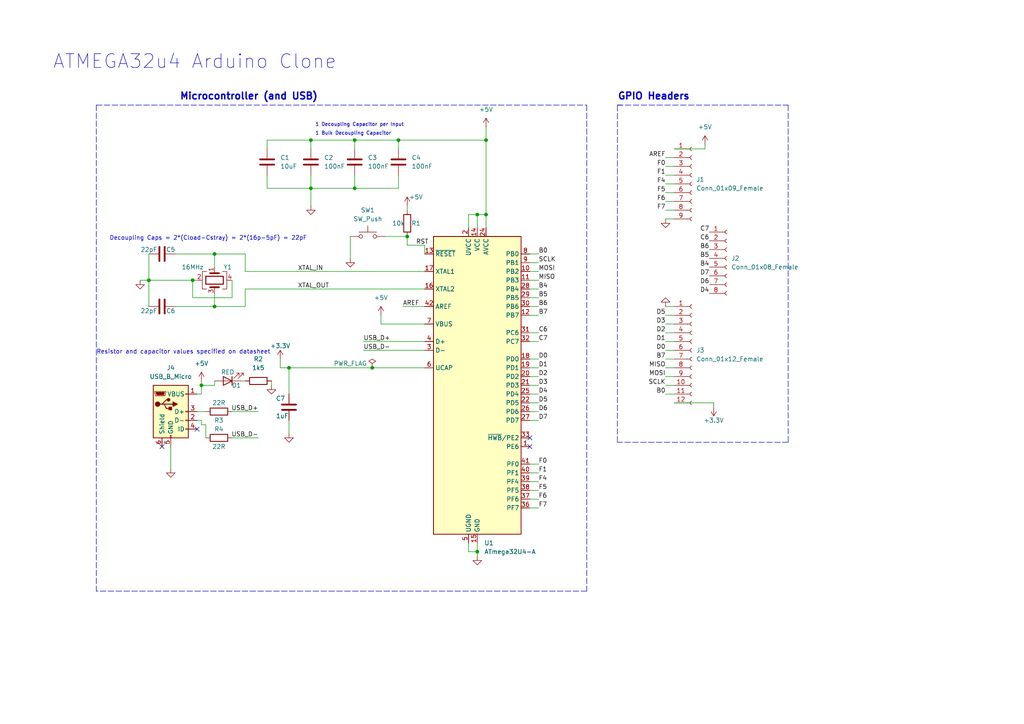
<source format=kicad_sch>
(kicad_sch (version 20211123) (generator eeschema)

  (uuid 02e311fb-2453-4dac-90af-e5cb6efee54d)

  (paper "A4")

  (title_block
    (title "ATmega32u4 Arduino Clone")
    (date "2022-07-15")
    (rev "0.0")
  )

  (lib_symbols
    (symbol "Connector:Conn_01x08_Female" (pin_names (offset 1.016) hide) (in_bom yes) (on_board yes)
      (property "Reference" "J" (id 0) (at 0 10.16 0)
        (effects (font (size 1.27 1.27)))
      )
      (property "Value" "Conn_01x08_Female" (id 1) (at 0 -12.7 0)
        (effects (font (size 1.27 1.27)))
      )
      (property "Footprint" "" (id 2) (at 0 0 0)
        (effects (font (size 1.27 1.27)) hide)
      )
      (property "Datasheet" "~" (id 3) (at 0 0 0)
        (effects (font (size 1.27 1.27)) hide)
      )
      (property "ki_keywords" "connector" (id 4) (at 0 0 0)
        (effects (font (size 1.27 1.27)) hide)
      )
      (property "ki_description" "Generic connector, single row, 01x08, script generated (kicad-library-utils/schlib/autogen/connector/)" (id 5) (at 0 0 0)
        (effects (font (size 1.27 1.27)) hide)
      )
      (property "ki_fp_filters" "Connector*:*_1x??_*" (id 6) (at 0 0 0)
        (effects (font (size 1.27 1.27)) hide)
      )
      (symbol "Conn_01x08_Female_1_1"
        (arc (start 0 -9.652) (mid -0.508 -10.16) (end 0 -10.668)
          (stroke (width 0.1524) (type default) (color 0 0 0 0))
          (fill (type none))
        )
        (arc (start 0 -7.112) (mid -0.508 -7.62) (end 0 -8.128)
          (stroke (width 0.1524) (type default) (color 0 0 0 0))
          (fill (type none))
        )
        (arc (start 0 -4.572) (mid -0.508 -5.08) (end 0 -5.588)
          (stroke (width 0.1524) (type default) (color 0 0 0 0))
          (fill (type none))
        )
        (arc (start 0 -2.032) (mid -0.508 -2.54) (end 0 -3.048)
          (stroke (width 0.1524) (type default) (color 0 0 0 0))
          (fill (type none))
        )
        (polyline
          (pts
            (xy -1.27 -10.16)
            (xy -0.508 -10.16)
          )
          (stroke (width 0.1524) (type default) (color 0 0 0 0))
          (fill (type none))
        )
        (polyline
          (pts
            (xy -1.27 -7.62)
            (xy -0.508 -7.62)
          )
          (stroke (width 0.1524) (type default) (color 0 0 0 0))
          (fill (type none))
        )
        (polyline
          (pts
            (xy -1.27 -5.08)
            (xy -0.508 -5.08)
          )
          (stroke (width 0.1524) (type default) (color 0 0 0 0))
          (fill (type none))
        )
        (polyline
          (pts
            (xy -1.27 -2.54)
            (xy -0.508 -2.54)
          )
          (stroke (width 0.1524) (type default) (color 0 0 0 0))
          (fill (type none))
        )
        (polyline
          (pts
            (xy -1.27 0)
            (xy -0.508 0)
          )
          (stroke (width 0.1524) (type default) (color 0 0 0 0))
          (fill (type none))
        )
        (polyline
          (pts
            (xy -1.27 2.54)
            (xy -0.508 2.54)
          )
          (stroke (width 0.1524) (type default) (color 0 0 0 0))
          (fill (type none))
        )
        (polyline
          (pts
            (xy -1.27 5.08)
            (xy -0.508 5.08)
          )
          (stroke (width 0.1524) (type default) (color 0 0 0 0))
          (fill (type none))
        )
        (polyline
          (pts
            (xy -1.27 7.62)
            (xy -0.508 7.62)
          )
          (stroke (width 0.1524) (type default) (color 0 0 0 0))
          (fill (type none))
        )
        (arc (start 0 0.508) (mid -0.508 0) (end 0 -0.508)
          (stroke (width 0.1524) (type default) (color 0 0 0 0))
          (fill (type none))
        )
        (arc (start 0 3.048) (mid -0.508 2.54) (end 0 2.032)
          (stroke (width 0.1524) (type default) (color 0 0 0 0))
          (fill (type none))
        )
        (arc (start 0 5.588) (mid -0.508 5.08) (end 0 4.572)
          (stroke (width 0.1524) (type default) (color 0 0 0 0))
          (fill (type none))
        )
        (arc (start 0 8.128) (mid -0.508 7.62) (end 0 7.112)
          (stroke (width 0.1524) (type default) (color 0 0 0 0))
          (fill (type none))
        )
        (pin passive line (at -5.08 7.62 0) (length 3.81)
          (name "Pin_1" (effects (font (size 1.27 1.27))))
          (number "1" (effects (font (size 1.27 1.27))))
        )
        (pin passive line (at -5.08 5.08 0) (length 3.81)
          (name "Pin_2" (effects (font (size 1.27 1.27))))
          (number "2" (effects (font (size 1.27 1.27))))
        )
        (pin passive line (at -5.08 2.54 0) (length 3.81)
          (name "Pin_3" (effects (font (size 1.27 1.27))))
          (number "3" (effects (font (size 1.27 1.27))))
        )
        (pin passive line (at -5.08 0 0) (length 3.81)
          (name "Pin_4" (effects (font (size 1.27 1.27))))
          (number "4" (effects (font (size 1.27 1.27))))
        )
        (pin passive line (at -5.08 -2.54 0) (length 3.81)
          (name "Pin_5" (effects (font (size 1.27 1.27))))
          (number "5" (effects (font (size 1.27 1.27))))
        )
        (pin passive line (at -5.08 -5.08 0) (length 3.81)
          (name "Pin_6" (effects (font (size 1.27 1.27))))
          (number "6" (effects (font (size 1.27 1.27))))
        )
        (pin passive line (at -5.08 -7.62 0) (length 3.81)
          (name "Pin_7" (effects (font (size 1.27 1.27))))
          (number "7" (effects (font (size 1.27 1.27))))
        )
        (pin passive line (at -5.08 -10.16 0) (length 3.81)
          (name "Pin_8" (effects (font (size 1.27 1.27))))
          (number "8" (effects (font (size 1.27 1.27))))
        )
      )
    )
    (symbol "Connector:Conn_01x09_Female" (pin_names (offset 1.016) hide) (in_bom yes) (on_board yes)
      (property "Reference" "J" (id 0) (at 0 12.7 0)
        (effects (font (size 1.27 1.27)))
      )
      (property "Value" "Conn_01x09_Female" (id 1) (at 0 -12.7 0)
        (effects (font (size 1.27 1.27)))
      )
      (property "Footprint" "" (id 2) (at 0 0 0)
        (effects (font (size 1.27 1.27)) hide)
      )
      (property "Datasheet" "~" (id 3) (at 0 0 0)
        (effects (font (size 1.27 1.27)) hide)
      )
      (property "ki_keywords" "connector" (id 4) (at 0 0 0)
        (effects (font (size 1.27 1.27)) hide)
      )
      (property "ki_description" "Generic connector, single row, 01x09, script generated (kicad-library-utils/schlib/autogen/connector/)" (id 5) (at 0 0 0)
        (effects (font (size 1.27 1.27)) hide)
      )
      (property "ki_fp_filters" "Connector*:*_1x??_*" (id 6) (at 0 0 0)
        (effects (font (size 1.27 1.27)) hide)
      )
      (symbol "Conn_01x09_Female_1_1"
        (arc (start 0 -9.652) (mid -0.508 -10.16) (end 0 -10.668)
          (stroke (width 0.1524) (type default) (color 0 0 0 0))
          (fill (type none))
        )
        (arc (start 0 -7.112) (mid -0.508 -7.62) (end 0 -8.128)
          (stroke (width 0.1524) (type default) (color 0 0 0 0))
          (fill (type none))
        )
        (arc (start 0 -4.572) (mid -0.508 -5.08) (end 0 -5.588)
          (stroke (width 0.1524) (type default) (color 0 0 0 0))
          (fill (type none))
        )
        (arc (start 0 -2.032) (mid -0.508 -2.54) (end 0 -3.048)
          (stroke (width 0.1524) (type default) (color 0 0 0 0))
          (fill (type none))
        )
        (polyline
          (pts
            (xy -1.27 -10.16)
            (xy -0.508 -10.16)
          )
          (stroke (width 0.1524) (type default) (color 0 0 0 0))
          (fill (type none))
        )
        (polyline
          (pts
            (xy -1.27 -7.62)
            (xy -0.508 -7.62)
          )
          (stroke (width 0.1524) (type default) (color 0 0 0 0))
          (fill (type none))
        )
        (polyline
          (pts
            (xy -1.27 -5.08)
            (xy -0.508 -5.08)
          )
          (stroke (width 0.1524) (type default) (color 0 0 0 0))
          (fill (type none))
        )
        (polyline
          (pts
            (xy -1.27 -2.54)
            (xy -0.508 -2.54)
          )
          (stroke (width 0.1524) (type default) (color 0 0 0 0))
          (fill (type none))
        )
        (polyline
          (pts
            (xy -1.27 0)
            (xy -0.508 0)
          )
          (stroke (width 0.1524) (type default) (color 0 0 0 0))
          (fill (type none))
        )
        (polyline
          (pts
            (xy -1.27 2.54)
            (xy -0.508 2.54)
          )
          (stroke (width 0.1524) (type default) (color 0 0 0 0))
          (fill (type none))
        )
        (polyline
          (pts
            (xy -1.27 5.08)
            (xy -0.508 5.08)
          )
          (stroke (width 0.1524) (type default) (color 0 0 0 0))
          (fill (type none))
        )
        (polyline
          (pts
            (xy -1.27 7.62)
            (xy -0.508 7.62)
          )
          (stroke (width 0.1524) (type default) (color 0 0 0 0))
          (fill (type none))
        )
        (polyline
          (pts
            (xy -1.27 10.16)
            (xy -0.508 10.16)
          )
          (stroke (width 0.1524) (type default) (color 0 0 0 0))
          (fill (type none))
        )
        (arc (start 0 0.508) (mid -0.508 0) (end 0 -0.508)
          (stroke (width 0.1524) (type default) (color 0 0 0 0))
          (fill (type none))
        )
        (arc (start 0 3.048) (mid -0.508 2.54) (end 0 2.032)
          (stroke (width 0.1524) (type default) (color 0 0 0 0))
          (fill (type none))
        )
        (arc (start 0 5.588) (mid -0.508 5.08) (end 0 4.572)
          (stroke (width 0.1524) (type default) (color 0 0 0 0))
          (fill (type none))
        )
        (arc (start 0 8.128) (mid -0.508 7.62) (end 0 7.112)
          (stroke (width 0.1524) (type default) (color 0 0 0 0))
          (fill (type none))
        )
        (arc (start 0 10.668) (mid -0.508 10.16) (end 0 9.652)
          (stroke (width 0.1524) (type default) (color 0 0 0 0))
          (fill (type none))
        )
        (pin passive line (at -5.08 10.16 0) (length 3.81)
          (name "Pin_1" (effects (font (size 1.27 1.27))))
          (number "1" (effects (font (size 1.27 1.27))))
        )
        (pin passive line (at -5.08 7.62 0) (length 3.81)
          (name "Pin_2" (effects (font (size 1.27 1.27))))
          (number "2" (effects (font (size 1.27 1.27))))
        )
        (pin passive line (at -5.08 5.08 0) (length 3.81)
          (name "Pin_3" (effects (font (size 1.27 1.27))))
          (number "3" (effects (font (size 1.27 1.27))))
        )
        (pin passive line (at -5.08 2.54 0) (length 3.81)
          (name "Pin_4" (effects (font (size 1.27 1.27))))
          (number "4" (effects (font (size 1.27 1.27))))
        )
        (pin passive line (at -5.08 0 0) (length 3.81)
          (name "Pin_5" (effects (font (size 1.27 1.27))))
          (number "5" (effects (font (size 1.27 1.27))))
        )
        (pin passive line (at -5.08 -2.54 0) (length 3.81)
          (name "Pin_6" (effects (font (size 1.27 1.27))))
          (number "6" (effects (font (size 1.27 1.27))))
        )
        (pin passive line (at -5.08 -5.08 0) (length 3.81)
          (name "Pin_7" (effects (font (size 1.27 1.27))))
          (number "7" (effects (font (size 1.27 1.27))))
        )
        (pin passive line (at -5.08 -7.62 0) (length 3.81)
          (name "Pin_8" (effects (font (size 1.27 1.27))))
          (number "8" (effects (font (size 1.27 1.27))))
        )
        (pin passive line (at -5.08 -10.16 0) (length 3.81)
          (name "Pin_9" (effects (font (size 1.27 1.27))))
          (number "9" (effects (font (size 1.27 1.27))))
        )
      )
    )
    (symbol "Connector:Conn_01x12_Female" (pin_names (offset 1.016) hide) (in_bom yes) (on_board yes)
      (property "Reference" "J" (id 0) (at 0 15.24 0)
        (effects (font (size 1.27 1.27)))
      )
      (property "Value" "Conn_01x12_Female" (id 1) (at 0 -17.78 0)
        (effects (font (size 1.27 1.27)))
      )
      (property "Footprint" "" (id 2) (at 0 0 0)
        (effects (font (size 1.27 1.27)) hide)
      )
      (property "Datasheet" "~" (id 3) (at 0 0 0)
        (effects (font (size 1.27 1.27)) hide)
      )
      (property "ki_keywords" "connector" (id 4) (at 0 0 0)
        (effects (font (size 1.27 1.27)) hide)
      )
      (property "ki_description" "Generic connector, single row, 01x12, script generated (kicad-library-utils/schlib/autogen/connector/)" (id 5) (at 0 0 0)
        (effects (font (size 1.27 1.27)) hide)
      )
      (property "ki_fp_filters" "Connector*:*_1x??_*" (id 6) (at 0 0 0)
        (effects (font (size 1.27 1.27)) hide)
      )
      (symbol "Conn_01x12_Female_1_1"
        (arc (start 0 -14.732) (mid -0.508 -15.24) (end 0 -15.748)
          (stroke (width 0.1524) (type default) (color 0 0 0 0))
          (fill (type none))
        )
        (arc (start 0 -12.192) (mid -0.508 -12.7) (end 0 -13.208)
          (stroke (width 0.1524) (type default) (color 0 0 0 0))
          (fill (type none))
        )
        (arc (start 0 -9.652) (mid -0.508 -10.16) (end 0 -10.668)
          (stroke (width 0.1524) (type default) (color 0 0 0 0))
          (fill (type none))
        )
        (arc (start 0 -7.112) (mid -0.508 -7.62) (end 0 -8.128)
          (stroke (width 0.1524) (type default) (color 0 0 0 0))
          (fill (type none))
        )
        (arc (start 0 -4.572) (mid -0.508 -5.08) (end 0 -5.588)
          (stroke (width 0.1524) (type default) (color 0 0 0 0))
          (fill (type none))
        )
        (arc (start 0 -2.032) (mid -0.508 -2.54) (end 0 -3.048)
          (stroke (width 0.1524) (type default) (color 0 0 0 0))
          (fill (type none))
        )
        (polyline
          (pts
            (xy -1.27 -15.24)
            (xy -0.508 -15.24)
          )
          (stroke (width 0.1524) (type default) (color 0 0 0 0))
          (fill (type none))
        )
        (polyline
          (pts
            (xy -1.27 -12.7)
            (xy -0.508 -12.7)
          )
          (stroke (width 0.1524) (type default) (color 0 0 0 0))
          (fill (type none))
        )
        (polyline
          (pts
            (xy -1.27 -10.16)
            (xy -0.508 -10.16)
          )
          (stroke (width 0.1524) (type default) (color 0 0 0 0))
          (fill (type none))
        )
        (polyline
          (pts
            (xy -1.27 -7.62)
            (xy -0.508 -7.62)
          )
          (stroke (width 0.1524) (type default) (color 0 0 0 0))
          (fill (type none))
        )
        (polyline
          (pts
            (xy -1.27 -5.08)
            (xy -0.508 -5.08)
          )
          (stroke (width 0.1524) (type default) (color 0 0 0 0))
          (fill (type none))
        )
        (polyline
          (pts
            (xy -1.27 -2.54)
            (xy -0.508 -2.54)
          )
          (stroke (width 0.1524) (type default) (color 0 0 0 0))
          (fill (type none))
        )
        (polyline
          (pts
            (xy -1.27 0)
            (xy -0.508 0)
          )
          (stroke (width 0.1524) (type default) (color 0 0 0 0))
          (fill (type none))
        )
        (polyline
          (pts
            (xy -1.27 2.54)
            (xy -0.508 2.54)
          )
          (stroke (width 0.1524) (type default) (color 0 0 0 0))
          (fill (type none))
        )
        (polyline
          (pts
            (xy -1.27 5.08)
            (xy -0.508 5.08)
          )
          (stroke (width 0.1524) (type default) (color 0 0 0 0))
          (fill (type none))
        )
        (polyline
          (pts
            (xy -1.27 7.62)
            (xy -0.508 7.62)
          )
          (stroke (width 0.1524) (type default) (color 0 0 0 0))
          (fill (type none))
        )
        (polyline
          (pts
            (xy -1.27 10.16)
            (xy -0.508 10.16)
          )
          (stroke (width 0.1524) (type default) (color 0 0 0 0))
          (fill (type none))
        )
        (polyline
          (pts
            (xy -1.27 12.7)
            (xy -0.508 12.7)
          )
          (stroke (width 0.1524) (type default) (color 0 0 0 0))
          (fill (type none))
        )
        (arc (start 0 0.508) (mid -0.508 0) (end 0 -0.508)
          (stroke (width 0.1524) (type default) (color 0 0 0 0))
          (fill (type none))
        )
        (arc (start 0 3.048) (mid -0.508 2.54) (end 0 2.032)
          (stroke (width 0.1524) (type default) (color 0 0 0 0))
          (fill (type none))
        )
        (arc (start 0 5.588) (mid -0.508 5.08) (end 0 4.572)
          (stroke (width 0.1524) (type default) (color 0 0 0 0))
          (fill (type none))
        )
        (arc (start 0 8.128) (mid -0.508 7.62) (end 0 7.112)
          (stroke (width 0.1524) (type default) (color 0 0 0 0))
          (fill (type none))
        )
        (arc (start 0 10.668) (mid -0.508 10.16) (end 0 9.652)
          (stroke (width 0.1524) (type default) (color 0 0 0 0))
          (fill (type none))
        )
        (arc (start 0 13.208) (mid -0.508 12.7) (end 0 12.192)
          (stroke (width 0.1524) (type default) (color 0 0 0 0))
          (fill (type none))
        )
        (pin passive line (at -5.08 12.7 0) (length 3.81)
          (name "Pin_1" (effects (font (size 1.27 1.27))))
          (number "1" (effects (font (size 1.27 1.27))))
        )
        (pin passive line (at -5.08 -10.16 0) (length 3.81)
          (name "Pin_10" (effects (font (size 1.27 1.27))))
          (number "10" (effects (font (size 1.27 1.27))))
        )
        (pin passive line (at -5.08 -12.7 0) (length 3.81)
          (name "Pin_11" (effects (font (size 1.27 1.27))))
          (number "11" (effects (font (size 1.27 1.27))))
        )
        (pin passive line (at -5.08 -15.24 0) (length 3.81)
          (name "Pin_12" (effects (font (size 1.27 1.27))))
          (number "12" (effects (font (size 1.27 1.27))))
        )
        (pin passive line (at -5.08 10.16 0) (length 3.81)
          (name "Pin_2" (effects (font (size 1.27 1.27))))
          (number "2" (effects (font (size 1.27 1.27))))
        )
        (pin passive line (at -5.08 7.62 0) (length 3.81)
          (name "Pin_3" (effects (font (size 1.27 1.27))))
          (number "3" (effects (font (size 1.27 1.27))))
        )
        (pin passive line (at -5.08 5.08 0) (length 3.81)
          (name "Pin_4" (effects (font (size 1.27 1.27))))
          (number "4" (effects (font (size 1.27 1.27))))
        )
        (pin passive line (at -5.08 2.54 0) (length 3.81)
          (name "Pin_5" (effects (font (size 1.27 1.27))))
          (number "5" (effects (font (size 1.27 1.27))))
        )
        (pin passive line (at -5.08 0 0) (length 3.81)
          (name "Pin_6" (effects (font (size 1.27 1.27))))
          (number "6" (effects (font (size 1.27 1.27))))
        )
        (pin passive line (at -5.08 -2.54 0) (length 3.81)
          (name "Pin_7" (effects (font (size 1.27 1.27))))
          (number "7" (effects (font (size 1.27 1.27))))
        )
        (pin passive line (at -5.08 -5.08 0) (length 3.81)
          (name "Pin_8" (effects (font (size 1.27 1.27))))
          (number "8" (effects (font (size 1.27 1.27))))
        )
        (pin passive line (at -5.08 -7.62 0) (length 3.81)
          (name "Pin_9" (effects (font (size 1.27 1.27))))
          (number "9" (effects (font (size 1.27 1.27))))
        )
      )
    )
    (symbol "Connector:USB_B_Micro" (pin_names (offset 1.016)) (in_bom yes) (on_board yes)
      (property "Reference" "J" (id 0) (at -5.08 11.43 0)
        (effects (font (size 1.27 1.27)) (justify left))
      )
      (property "Value" "USB_B_Micro" (id 1) (at -5.08 8.89 0)
        (effects (font (size 1.27 1.27)) (justify left))
      )
      (property "Footprint" "" (id 2) (at 3.81 -1.27 0)
        (effects (font (size 1.27 1.27)) hide)
      )
      (property "Datasheet" "~" (id 3) (at 3.81 -1.27 0)
        (effects (font (size 1.27 1.27)) hide)
      )
      (property "ki_keywords" "connector USB micro" (id 4) (at 0 0 0)
        (effects (font (size 1.27 1.27)) hide)
      )
      (property "ki_description" "USB Micro Type B connector" (id 5) (at 0 0 0)
        (effects (font (size 1.27 1.27)) hide)
      )
      (property "ki_fp_filters" "USB*" (id 6) (at 0 0 0)
        (effects (font (size 1.27 1.27)) hide)
      )
      (symbol "USB_B_Micro_0_1"
        (rectangle (start -5.08 -7.62) (end 5.08 7.62)
          (stroke (width 0.254) (type default) (color 0 0 0 0))
          (fill (type background))
        )
        (circle (center -3.81 2.159) (radius 0.635)
          (stroke (width 0.254) (type default) (color 0 0 0 0))
          (fill (type outline))
        )
        (circle (center -0.635 3.429) (radius 0.381)
          (stroke (width 0.254) (type default) (color 0 0 0 0))
          (fill (type outline))
        )
        (rectangle (start -0.127 -7.62) (end 0.127 -6.858)
          (stroke (width 0) (type default) (color 0 0 0 0))
          (fill (type none))
        )
        (polyline
          (pts
            (xy -1.905 2.159)
            (xy 0.635 2.159)
          )
          (stroke (width 0.254) (type default) (color 0 0 0 0))
          (fill (type none))
        )
        (polyline
          (pts
            (xy -3.175 2.159)
            (xy -2.54 2.159)
            (xy -1.27 3.429)
            (xy -0.635 3.429)
          )
          (stroke (width 0.254) (type default) (color 0 0 0 0))
          (fill (type none))
        )
        (polyline
          (pts
            (xy -2.54 2.159)
            (xy -1.905 2.159)
            (xy -1.27 0.889)
            (xy 0 0.889)
          )
          (stroke (width 0.254) (type default) (color 0 0 0 0))
          (fill (type none))
        )
        (polyline
          (pts
            (xy 0.635 2.794)
            (xy 0.635 1.524)
            (xy 1.905 2.159)
            (xy 0.635 2.794)
          )
          (stroke (width 0.254) (type default) (color 0 0 0 0))
          (fill (type outline))
        )
        (polyline
          (pts
            (xy -4.318 5.588)
            (xy -1.778 5.588)
            (xy -2.032 4.826)
            (xy -4.064 4.826)
            (xy -4.318 5.588)
          )
          (stroke (width 0) (type default) (color 0 0 0 0))
          (fill (type outline))
        )
        (polyline
          (pts
            (xy -4.699 5.842)
            (xy -4.699 5.588)
            (xy -4.445 4.826)
            (xy -4.445 4.572)
            (xy -1.651 4.572)
            (xy -1.651 4.826)
            (xy -1.397 5.588)
            (xy -1.397 5.842)
            (xy -4.699 5.842)
          )
          (stroke (width 0) (type default) (color 0 0 0 0))
          (fill (type none))
        )
        (rectangle (start 0.254 1.27) (end -0.508 0.508)
          (stroke (width 0.254) (type default) (color 0 0 0 0))
          (fill (type outline))
        )
        (rectangle (start 5.08 -5.207) (end 4.318 -4.953)
          (stroke (width 0) (type default) (color 0 0 0 0))
          (fill (type none))
        )
        (rectangle (start 5.08 -2.667) (end 4.318 -2.413)
          (stroke (width 0) (type default) (color 0 0 0 0))
          (fill (type none))
        )
        (rectangle (start 5.08 -0.127) (end 4.318 0.127)
          (stroke (width 0) (type default) (color 0 0 0 0))
          (fill (type none))
        )
        (rectangle (start 5.08 4.953) (end 4.318 5.207)
          (stroke (width 0) (type default) (color 0 0 0 0))
          (fill (type none))
        )
      )
      (symbol "USB_B_Micro_1_1"
        (pin power_out line (at 7.62 5.08 180) (length 2.54)
          (name "VBUS" (effects (font (size 1.27 1.27))))
          (number "1" (effects (font (size 1.27 1.27))))
        )
        (pin bidirectional line (at 7.62 -2.54 180) (length 2.54)
          (name "D-" (effects (font (size 1.27 1.27))))
          (number "2" (effects (font (size 1.27 1.27))))
        )
        (pin bidirectional line (at 7.62 0 180) (length 2.54)
          (name "D+" (effects (font (size 1.27 1.27))))
          (number "3" (effects (font (size 1.27 1.27))))
        )
        (pin passive line (at 7.62 -5.08 180) (length 2.54)
          (name "ID" (effects (font (size 1.27 1.27))))
          (number "4" (effects (font (size 1.27 1.27))))
        )
        (pin power_out line (at 0 -10.16 90) (length 2.54)
          (name "GND" (effects (font (size 1.27 1.27))))
          (number "5" (effects (font (size 1.27 1.27))))
        )
        (pin passive line (at -2.54 -10.16 90) (length 2.54)
          (name "Shield" (effects (font (size 1.27 1.27))))
          (number "6" (effects (font (size 1.27 1.27))))
        )
      )
    )
    (symbol "Device:C" (pin_numbers hide) (pin_names (offset 0.254)) (in_bom yes) (on_board yes)
      (property "Reference" "C" (id 0) (at 0.635 2.54 0)
        (effects (font (size 1.27 1.27)) (justify left))
      )
      (property "Value" "C" (id 1) (at 0.635 -2.54 0)
        (effects (font (size 1.27 1.27)) (justify left))
      )
      (property "Footprint" "" (id 2) (at 0.9652 -3.81 0)
        (effects (font (size 1.27 1.27)) hide)
      )
      (property "Datasheet" "~" (id 3) (at 0 0 0)
        (effects (font (size 1.27 1.27)) hide)
      )
      (property "ki_keywords" "cap capacitor" (id 4) (at 0 0 0)
        (effects (font (size 1.27 1.27)) hide)
      )
      (property "ki_description" "Unpolarized capacitor" (id 5) (at 0 0 0)
        (effects (font (size 1.27 1.27)) hide)
      )
      (property "ki_fp_filters" "C_*" (id 6) (at 0 0 0)
        (effects (font (size 1.27 1.27)) hide)
      )
      (symbol "C_0_1"
        (polyline
          (pts
            (xy -2.032 -0.762)
            (xy 2.032 -0.762)
          )
          (stroke (width 0.508) (type default) (color 0 0 0 0))
          (fill (type none))
        )
        (polyline
          (pts
            (xy -2.032 0.762)
            (xy 2.032 0.762)
          )
          (stroke (width 0.508) (type default) (color 0 0 0 0))
          (fill (type none))
        )
      )
      (symbol "C_1_1"
        (pin passive line (at 0 3.81 270) (length 2.794)
          (name "~" (effects (font (size 1.27 1.27))))
          (number "1" (effects (font (size 1.27 1.27))))
        )
        (pin passive line (at 0 -3.81 90) (length 2.794)
          (name "~" (effects (font (size 1.27 1.27))))
          (number "2" (effects (font (size 1.27 1.27))))
        )
      )
    )
    (symbol "Device:Crystal_GND24" (pin_names (offset 1.016) hide) (in_bom yes) (on_board yes)
      (property "Reference" "Y" (id 0) (at 3.175 5.08 0)
        (effects (font (size 1.27 1.27)) (justify left))
      )
      (property "Value" "Crystal_GND24" (id 1) (at 3.175 3.175 0)
        (effects (font (size 1.27 1.27)) (justify left))
      )
      (property "Footprint" "" (id 2) (at 0 0 0)
        (effects (font (size 1.27 1.27)) hide)
      )
      (property "Datasheet" "~" (id 3) (at 0 0 0)
        (effects (font (size 1.27 1.27)) hide)
      )
      (property "ki_keywords" "quartz ceramic resonator oscillator" (id 4) (at 0 0 0)
        (effects (font (size 1.27 1.27)) hide)
      )
      (property "ki_description" "Four pin crystal, GND on pins 2 and 4" (id 5) (at 0 0 0)
        (effects (font (size 1.27 1.27)) hide)
      )
      (property "ki_fp_filters" "Crystal*" (id 6) (at 0 0 0)
        (effects (font (size 1.27 1.27)) hide)
      )
      (symbol "Crystal_GND24_0_1"
        (rectangle (start -1.143 2.54) (end 1.143 -2.54)
          (stroke (width 0.3048) (type default) (color 0 0 0 0))
          (fill (type none))
        )
        (polyline
          (pts
            (xy -2.54 0)
            (xy -2.032 0)
          )
          (stroke (width 0) (type default) (color 0 0 0 0))
          (fill (type none))
        )
        (polyline
          (pts
            (xy -2.032 -1.27)
            (xy -2.032 1.27)
          )
          (stroke (width 0.508) (type default) (color 0 0 0 0))
          (fill (type none))
        )
        (polyline
          (pts
            (xy 0 -3.81)
            (xy 0 -3.556)
          )
          (stroke (width 0) (type default) (color 0 0 0 0))
          (fill (type none))
        )
        (polyline
          (pts
            (xy 0 3.556)
            (xy 0 3.81)
          )
          (stroke (width 0) (type default) (color 0 0 0 0))
          (fill (type none))
        )
        (polyline
          (pts
            (xy 2.032 -1.27)
            (xy 2.032 1.27)
          )
          (stroke (width 0.508) (type default) (color 0 0 0 0))
          (fill (type none))
        )
        (polyline
          (pts
            (xy 2.032 0)
            (xy 2.54 0)
          )
          (stroke (width 0) (type default) (color 0 0 0 0))
          (fill (type none))
        )
        (polyline
          (pts
            (xy -2.54 -2.286)
            (xy -2.54 -3.556)
            (xy 2.54 -3.556)
            (xy 2.54 -2.286)
          )
          (stroke (width 0) (type default) (color 0 0 0 0))
          (fill (type none))
        )
        (polyline
          (pts
            (xy -2.54 2.286)
            (xy -2.54 3.556)
            (xy 2.54 3.556)
            (xy 2.54 2.286)
          )
          (stroke (width 0) (type default) (color 0 0 0 0))
          (fill (type none))
        )
      )
      (symbol "Crystal_GND24_1_1"
        (pin passive line (at -3.81 0 0) (length 1.27)
          (name "1" (effects (font (size 1.27 1.27))))
          (number "1" (effects (font (size 1.27 1.27))))
        )
        (pin passive line (at 0 5.08 270) (length 1.27)
          (name "2" (effects (font (size 1.27 1.27))))
          (number "2" (effects (font (size 1.27 1.27))))
        )
        (pin passive line (at 3.81 0 180) (length 1.27)
          (name "3" (effects (font (size 1.27 1.27))))
          (number "3" (effects (font (size 1.27 1.27))))
        )
        (pin passive line (at 0 -5.08 90) (length 1.27)
          (name "4" (effects (font (size 1.27 1.27))))
          (number "4" (effects (font (size 1.27 1.27))))
        )
      )
    )
    (symbol "Device:LED" (pin_numbers hide) (pin_names (offset 1.016) hide) (in_bom yes) (on_board yes)
      (property "Reference" "D" (id 0) (at 0 2.54 0)
        (effects (font (size 1.27 1.27)))
      )
      (property "Value" "LED" (id 1) (at 0 -2.54 0)
        (effects (font (size 1.27 1.27)))
      )
      (property "Footprint" "" (id 2) (at 0 0 0)
        (effects (font (size 1.27 1.27)) hide)
      )
      (property "Datasheet" "~" (id 3) (at 0 0 0)
        (effects (font (size 1.27 1.27)) hide)
      )
      (property "ki_keywords" "LED diode" (id 4) (at 0 0 0)
        (effects (font (size 1.27 1.27)) hide)
      )
      (property "ki_description" "Light emitting diode" (id 5) (at 0 0 0)
        (effects (font (size 1.27 1.27)) hide)
      )
      (property "ki_fp_filters" "LED* LED_SMD:* LED_THT:*" (id 6) (at 0 0 0)
        (effects (font (size 1.27 1.27)) hide)
      )
      (symbol "LED_0_1"
        (polyline
          (pts
            (xy -1.27 -1.27)
            (xy -1.27 1.27)
          )
          (stroke (width 0.254) (type default) (color 0 0 0 0))
          (fill (type none))
        )
        (polyline
          (pts
            (xy -1.27 0)
            (xy 1.27 0)
          )
          (stroke (width 0) (type default) (color 0 0 0 0))
          (fill (type none))
        )
        (polyline
          (pts
            (xy 1.27 -1.27)
            (xy 1.27 1.27)
            (xy -1.27 0)
            (xy 1.27 -1.27)
          )
          (stroke (width 0.254) (type default) (color 0 0 0 0))
          (fill (type none))
        )
        (polyline
          (pts
            (xy -3.048 -0.762)
            (xy -4.572 -2.286)
            (xy -3.81 -2.286)
            (xy -4.572 -2.286)
            (xy -4.572 -1.524)
          )
          (stroke (width 0) (type default) (color 0 0 0 0))
          (fill (type none))
        )
        (polyline
          (pts
            (xy -1.778 -0.762)
            (xy -3.302 -2.286)
            (xy -2.54 -2.286)
            (xy -3.302 -2.286)
            (xy -3.302 -1.524)
          )
          (stroke (width 0) (type default) (color 0 0 0 0))
          (fill (type none))
        )
      )
      (symbol "LED_1_1"
        (pin passive line (at -3.81 0 0) (length 2.54)
          (name "K" (effects (font (size 1.27 1.27))))
          (number "1" (effects (font (size 1.27 1.27))))
        )
        (pin passive line (at 3.81 0 180) (length 2.54)
          (name "A" (effects (font (size 1.27 1.27))))
          (number "2" (effects (font (size 1.27 1.27))))
        )
      )
    )
    (symbol "Device:R" (pin_numbers hide) (pin_names (offset 0)) (in_bom yes) (on_board yes)
      (property "Reference" "R" (id 0) (at 2.032 0 90)
        (effects (font (size 1.27 1.27)))
      )
      (property "Value" "R" (id 1) (at 0 0 90)
        (effects (font (size 1.27 1.27)))
      )
      (property "Footprint" "" (id 2) (at -1.778 0 90)
        (effects (font (size 1.27 1.27)) hide)
      )
      (property "Datasheet" "~" (id 3) (at 0 0 0)
        (effects (font (size 1.27 1.27)) hide)
      )
      (property "ki_keywords" "R res resistor" (id 4) (at 0 0 0)
        (effects (font (size 1.27 1.27)) hide)
      )
      (property "ki_description" "Resistor" (id 5) (at 0 0 0)
        (effects (font (size 1.27 1.27)) hide)
      )
      (property "ki_fp_filters" "R_*" (id 6) (at 0 0 0)
        (effects (font (size 1.27 1.27)) hide)
      )
      (symbol "R_0_1"
        (rectangle (start -1.016 -2.54) (end 1.016 2.54)
          (stroke (width 0.254) (type default) (color 0 0 0 0))
          (fill (type none))
        )
      )
      (symbol "R_1_1"
        (pin passive line (at 0 3.81 270) (length 1.27)
          (name "~" (effects (font (size 1.27 1.27))))
          (number "1" (effects (font (size 1.27 1.27))))
        )
        (pin passive line (at 0 -3.81 90) (length 1.27)
          (name "~" (effects (font (size 1.27 1.27))))
          (number "2" (effects (font (size 1.27 1.27))))
        )
      )
    )
    (symbol "MCU_Microchip_ATmega:ATmega32U4-A" (in_bom yes) (on_board yes)
      (property "Reference" "U" (id 0) (at -12.7 44.45 0)
        (effects (font (size 1.27 1.27)) (justify left bottom))
      )
      (property "Value" "ATmega32U4-A" (id 1) (at 2.54 -44.45 0)
        (effects (font (size 1.27 1.27)) (justify left top))
      )
      (property "Footprint" "Package_QFP:TQFP-44_10x10mm_P0.8mm" (id 2) (at 0 0 0)
        (effects (font (size 1.27 1.27) italic) hide)
      )
      (property "Datasheet" "http://ww1.microchip.com/downloads/en/DeviceDoc/Atmel-7766-8-bit-AVR-ATmega16U4-32U4_Datasheet.pdf" (id 3) (at 0 0 0)
        (effects (font (size 1.27 1.27)) hide)
      )
      (property "ki_keywords" "AVR 8bit Microcontroller MegaAVR USB" (id 4) (at 0 0 0)
        (effects (font (size 1.27 1.27)) hide)
      )
      (property "ki_description" "16MHz, 32kB Flash, 2.5kB SRAM, 1kB EEPROM, USB 2.0, TQFP-44" (id 5) (at 0 0 0)
        (effects (font (size 1.27 1.27)) hide)
      )
      (property "ki_fp_filters" "TQFP*10x10mm*P0.8mm*" (id 6) (at 0 0 0)
        (effects (font (size 1.27 1.27)) hide)
      )
      (symbol "ATmega32U4-A_0_1"
        (rectangle (start -12.7 -43.18) (end 12.7 43.18)
          (stroke (width 0.254) (type default) (color 0 0 0 0))
          (fill (type background))
        )
      )
      (symbol "ATmega32U4-A_1_1"
        (pin bidirectional line (at 15.24 -17.78 180) (length 2.54)
          (name "PE6" (effects (font (size 1.27 1.27))))
          (number "1" (effects (font (size 1.27 1.27))))
        )
        (pin bidirectional line (at 15.24 33.02 180) (length 2.54)
          (name "PB2" (effects (font (size 1.27 1.27))))
          (number "10" (effects (font (size 1.27 1.27))))
        )
        (pin bidirectional line (at 15.24 30.48 180) (length 2.54)
          (name "PB3" (effects (font (size 1.27 1.27))))
          (number "11" (effects (font (size 1.27 1.27))))
        )
        (pin bidirectional line (at 15.24 20.32 180) (length 2.54)
          (name "PB7" (effects (font (size 1.27 1.27))))
          (number "12" (effects (font (size 1.27 1.27))))
        )
        (pin input line (at -15.24 38.1 0) (length 2.54)
          (name "~{RESET}" (effects (font (size 1.27 1.27))))
          (number "13" (effects (font (size 1.27 1.27))))
        )
        (pin power_in line (at 0 45.72 270) (length 2.54)
          (name "VCC" (effects (font (size 1.27 1.27))))
          (number "14" (effects (font (size 1.27 1.27))))
        )
        (pin power_in line (at 0 -45.72 90) (length 2.54)
          (name "GND" (effects (font (size 1.27 1.27))))
          (number "15" (effects (font (size 1.27 1.27))))
        )
        (pin output line (at -15.24 27.94 0) (length 2.54)
          (name "XTAL2" (effects (font (size 1.27 1.27))))
          (number "16" (effects (font (size 1.27 1.27))))
        )
        (pin input line (at -15.24 33.02 0) (length 2.54)
          (name "XTAL1" (effects (font (size 1.27 1.27))))
          (number "17" (effects (font (size 1.27 1.27))))
        )
        (pin bidirectional line (at 15.24 7.62 180) (length 2.54)
          (name "PD0" (effects (font (size 1.27 1.27))))
          (number "18" (effects (font (size 1.27 1.27))))
        )
        (pin bidirectional line (at 15.24 5.08 180) (length 2.54)
          (name "PD1" (effects (font (size 1.27 1.27))))
          (number "19" (effects (font (size 1.27 1.27))))
        )
        (pin power_in line (at -2.54 45.72 270) (length 2.54)
          (name "UVCC" (effects (font (size 1.27 1.27))))
          (number "2" (effects (font (size 1.27 1.27))))
        )
        (pin bidirectional line (at 15.24 2.54 180) (length 2.54)
          (name "PD2" (effects (font (size 1.27 1.27))))
          (number "20" (effects (font (size 1.27 1.27))))
        )
        (pin bidirectional line (at 15.24 0 180) (length 2.54)
          (name "PD3" (effects (font (size 1.27 1.27))))
          (number "21" (effects (font (size 1.27 1.27))))
        )
        (pin bidirectional line (at 15.24 -5.08 180) (length 2.54)
          (name "PD5" (effects (font (size 1.27 1.27))))
          (number "22" (effects (font (size 1.27 1.27))))
        )
        (pin passive line (at 0 -45.72 90) (length 2.54) hide
          (name "GND" (effects (font (size 1.27 1.27))))
          (number "23" (effects (font (size 1.27 1.27))))
        )
        (pin power_in line (at 2.54 45.72 270) (length 2.54)
          (name "AVCC" (effects (font (size 1.27 1.27))))
          (number "24" (effects (font (size 1.27 1.27))))
        )
        (pin bidirectional line (at 15.24 -2.54 180) (length 2.54)
          (name "PD4" (effects (font (size 1.27 1.27))))
          (number "25" (effects (font (size 1.27 1.27))))
        )
        (pin bidirectional line (at 15.24 -7.62 180) (length 2.54)
          (name "PD6" (effects (font (size 1.27 1.27))))
          (number "26" (effects (font (size 1.27 1.27))))
        )
        (pin bidirectional line (at 15.24 -10.16 180) (length 2.54)
          (name "PD7" (effects (font (size 1.27 1.27))))
          (number "27" (effects (font (size 1.27 1.27))))
        )
        (pin bidirectional line (at 15.24 27.94 180) (length 2.54)
          (name "PB4" (effects (font (size 1.27 1.27))))
          (number "28" (effects (font (size 1.27 1.27))))
        )
        (pin bidirectional line (at 15.24 25.4 180) (length 2.54)
          (name "PB5" (effects (font (size 1.27 1.27))))
          (number "29" (effects (font (size 1.27 1.27))))
        )
        (pin bidirectional line (at -15.24 10.16 0) (length 2.54)
          (name "D-" (effects (font (size 1.27 1.27))))
          (number "3" (effects (font (size 1.27 1.27))))
        )
        (pin bidirectional line (at 15.24 22.86 180) (length 2.54)
          (name "PB6" (effects (font (size 1.27 1.27))))
          (number "30" (effects (font (size 1.27 1.27))))
        )
        (pin bidirectional line (at 15.24 15.24 180) (length 2.54)
          (name "PC6" (effects (font (size 1.27 1.27))))
          (number "31" (effects (font (size 1.27 1.27))))
        )
        (pin bidirectional line (at 15.24 12.7 180) (length 2.54)
          (name "PC7" (effects (font (size 1.27 1.27))))
          (number "32" (effects (font (size 1.27 1.27))))
        )
        (pin bidirectional line (at 15.24 -15.24 180) (length 2.54)
          (name "~{HWB}/PE2" (effects (font (size 1.27 1.27))))
          (number "33" (effects (font (size 1.27 1.27))))
        )
        (pin passive line (at 0 45.72 270) (length 2.54) hide
          (name "VCC" (effects (font (size 1.27 1.27))))
          (number "34" (effects (font (size 1.27 1.27))))
        )
        (pin passive line (at 0 -45.72 90) (length 2.54) hide
          (name "GND" (effects (font (size 1.27 1.27))))
          (number "35" (effects (font (size 1.27 1.27))))
        )
        (pin bidirectional line (at 15.24 -35.56 180) (length 2.54)
          (name "PF7" (effects (font (size 1.27 1.27))))
          (number "36" (effects (font (size 1.27 1.27))))
        )
        (pin bidirectional line (at 15.24 -33.02 180) (length 2.54)
          (name "PF6" (effects (font (size 1.27 1.27))))
          (number "37" (effects (font (size 1.27 1.27))))
        )
        (pin bidirectional line (at 15.24 -30.48 180) (length 2.54)
          (name "PF5" (effects (font (size 1.27 1.27))))
          (number "38" (effects (font (size 1.27 1.27))))
        )
        (pin bidirectional line (at 15.24 -27.94 180) (length 2.54)
          (name "PF4" (effects (font (size 1.27 1.27))))
          (number "39" (effects (font (size 1.27 1.27))))
        )
        (pin bidirectional line (at -15.24 12.7 0) (length 2.54)
          (name "D+" (effects (font (size 1.27 1.27))))
          (number "4" (effects (font (size 1.27 1.27))))
        )
        (pin bidirectional line (at 15.24 -25.4 180) (length 2.54)
          (name "PF1" (effects (font (size 1.27 1.27))))
          (number "40" (effects (font (size 1.27 1.27))))
        )
        (pin bidirectional line (at 15.24 -22.86 180) (length 2.54)
          (name "PF0" (effects (font (size 1.27 1.27))))
          (number "41" (effects (font (size 1.27 1.27))))
        )
        (pin passive line (at -15.24 22.86 0) (length 2.54)
          (name "AREF" (effects (font (size 1.27 1.27))))
          (number "42" (effects (font (size 1.27 1.27))))
        )
        (pin passive line (at 0 -45.72 90) (length 2.54) hide
          (name "GND" (effects (font (size 1.27 1.27))))
          (number "43" (effects (font (size 1.27 1.27))))
        )
        (pin passive line (at 2.54 45.72 270) (length 2.54) hide
          (name "AVCC" (effects (font (size 1.27 1.27))))
          (number "44" (effects (font (size 1.27 1.27))))
        )
        (pin passive line (at -2.54 -45.72 90) (length 2.54)
          (name "UGND" (effects (font (size 1.27 1.27))))
          (number "5" (effects (font (size 1.27 1.27))))
        )
        (pin passive line (at -15.24 5.08 0) (length 2.54)
          (name "UCAP" (effects (font (size 1.27 1.27))))
          (number "6" (effects (font (size 1.27 1.27))))
        )
        (pin input line (at -15.24 17.78 0) (length 2.54)
          (name "VBUS" (effects (font (size 1.27 1.27))))
          (number "7" (effects (font (size 1.27 1.27))))
        )
        (pin bidirectional line (at 15.24 38.1 180) (length 2.54)
          (name "PB0" (effects (font (size 1.27 1.27))))
          (number "8" (effects (font (size 1.27 1.27))))
        )
        (pin bidirectional line (at 15.24 35.56 180) (length 2.54)
          (name "PB1" (effects (font (size 1.27 1.27))))
          (number "9" (effects (font (size 1.27 1.27))))
        )
      )
    )
    (symbol "Switch:SW_Push" (pin_numbers hide) (pin_names (offset 1.016) hide) (in_bom yes) (on_board yes)
      (property "Reference" "SW" (id 0) (at 1.27 2.54 0)
        (effects (font (size 1.27 1.27)) (justify left))
      )
      (property "Value" "SW_Push" (id 1) (at 0 -1.524 0)
        (effects (font (size 1.27 1.27)))
      )
      (property "Footprint" "" (id 2) (at 0 5.08 0)
        (effects (font (size 1.27 1.27)) hide)
      )
      (property "Datasheet" "~" (id 3) (at 0 5.08 0)
        (effects (font (size 1.27 1.27)) hide)
      )
      (property "ki_keywords" "switch normally-open pushbutton push-button" (id 4) (at 0 0 0)
        (effects (font (size 1.27 1.27)) hide)
      )
      (property "ki_description" "Push button switch, generic, two pins" (id 5) (at 0 0 0)
        (effects (font (size 1.27 1.27)) hide)
      )
      (symbol "SW_Push_0_1"
        (circle (center -2.032 0) (radius 0.508)
          (stroke (width 0) (type default) (color 0 0 0 0))
          (fill (type none))
        )
        (polyline
          (pts
            (xy 0 1.27)
            (xy 0 3.048)
          )
          (stroke (width 0) (type default) (color 0 0 0 0))
          (fill (type none))
        )
        (polyline
          (pts
            (xy 2.54 1.27)
            (xy -2.54 1.27)
          )
          (stroke (width 0) (type default) (color 0 0 0 0))
          (fill (type none))
        )
        (circle (center 2.032 0) (radius 0.508)
          (stroke (width 0) (type default) (color 0 0 0 0))
          (fill (type none))
        )
        (pin passive line (at -5.08 0 0) (length 2.54)
          (name "1" (effects (font (size 1.27 1.27))))
          (number "1" (effects (font (size 1.27 1.27))))
        )
        (pin passive line (at 5.08 0 180) (length 2.54)
          (name "2" (effects (font (size 1.27 1.27))))
          (number "2" (effects (font (size 1.27 1.27))))
        )
      )
    )
    (symbol "power:+3.3V" (power) (pin_names (offset 0)) (in_bom yes) (on_board yes)
      (property "Reference" "#PWR" (id 0) (at 0 -3.81 0)
        (effects (font (size 1.27 1.27)) hide)
      )
      (property "Value" "+3.3V" (id 1) (at 0 3.556 0)
        (effects (font (size 1.27 1.27)))
      )
      (property "Footprint" "" (id 2) (at 0 0 0)
        (effects (font (size 1.27 1.27)) hide)
      )
      (property "Datasheet" "" (id 3) (at 0 0 0)
        (effects (font (size 1.27 1.27)) hide)
      )
      (property "ki_keywords" "power-flag" (id 4) (at 0 0 0)
        (effects (font (size 1.27 1.27)) hide)
      )
      (property "ki_description" "Power symbol creates a global label with name \"+3.3V\"" (id 5) (at 0 0 0)
        (effects (font (size 1.27 1.27)) hide)
      )
      (symbol "+3.3V_0_1"
        (polyline
          (pts
            (xy -0.762 1.27)
            (xy 0 2.54)
          )
          (stroke (width 0) (type default) (color 0 0 0 0))
          (fill (type none))
        )
        (polyline
          (pts
            (xy 0 0)
            (xy 0 2.54)
          )
          (stroke (width 0) (type default) (color 0 0 0 0))
          (fill (type none))
        )
        (polyline
          (pts
            (xy 0 2.54)
            (xy 0.762 1.27)
          )
          (stroke (width 0) (type default) (color 0 0 0 0))
          (fill (type none))
        )
      )
      (symbol "+3.3V_1_1"
        (pin power_in line (at 0 0 90) (length 0) hide
          (name "+3.3V" (effects (font (size 1.27 1.27))))
          (number "1" (effects (font (size 1.27 1.27))))
        )
      )
    )
    (symbol "power:+5V" (power) (pin_names (offset 0)) (in_bom yes) (on_board yes)
      (property "Reference" "#PWR" (id 0) (at 0 -3.81 0)
        (effects (font (size 1.27 1.27)) hide)
      )
      (property "Value" "+5V" (id 1) (at 0 3.556 0)
        (effects (font (size 1.27 1.27)))
      )
      (property "Footprint" "" (id 2) (at 0 0 0)
        (effects (font (size 1.27 1.27)) hide)
      )
      (property "Datasheet" "" (id 3) (at 0 0 0)
        (effects (font (size 1.27 1.27)) hide)
      )
      (property "ki_keywords" "power-flag" (id 4) (at 0 0 0)
        (effects (font (size 1.27 1.27)) hide)
      )
      (property "ki_description" "Power symbol creates a global label with name \"+5V\"" (id 5) (at 0 0 0)
        (effects (font (size 1.27 1.27)) hide)
      )
      (symbol "+5V_0_1"
        (polyline
          (pts
            (xy -0.762 1.27)
            (xy 0 2.54)
          )
          (stroke (width 0) (type default) (color 0 0 0 0))
          (fill (type none))
        )
        (polyline
          (pts
            (xy 0 0)
            (xy 0 2.54)
          )
          (stroke (width 0) (type default) (color 0 0 0 0))
          (fill (type none))
        )
        (polyline
          (pts
            (xy 0 2.54)
            (xy 0.762 1.27)
          )
          (stroke (width 0) (type default) (color 0 0 0 0))
          (fill (type none))
        )
      )
      (symbol "+5V_1_1"
        (pin power_in line (at 0 0 90) (length 0) hide
          (name "+5V" (effects (font (size 1.27 1.27))))
          (number "1" (effects (font (size 1.27 1.27))))
        )
      )
    )
    (symbol "power:GND" (power) (pin_names (offset 0)) (in_bom yes) (on_board yes)
      (property "Reference" "#PWR" (id 0) (at 0 -6.35 0)
        (effects (font (size 1.27 1.27)) hide)
      )
      (property "Value" "GND" (id 1) (at 0 -3.81 0)
        (effects (font (size 1.27 1.27)))
      )
      (property "Footprint" "" (id 2) (at 0 0 0)
        (effects (font (size 1.27 1.27)) hide)
      )
      (property "Datasheet" "" (id 3) (at 0 0 0)
        (effects (font (size 1.27 1.27)) hide)
      )
      (property "ki_keywords" "power-flag" (id 4) (at 0 0 0)
        (effects (font (size 1.27 1.27)) hide)
      )
      (property "ki_description" "Power symbol creates a global label with name \"GND\" , ground" (id 5) (at 0 0 0)
        (effects (font (size 1.27 1.27)) hide)
      )
      (symbol "GND_0_1"
        (polyline
          (pts
            (xy 0 0)
            (xy 0 -1.27)
            (xy 1.27 -1.27)
            (xy 0 -2.54)
            (xy -1.27 -1.27)
            (xy 0 -1.27)
          )
          (stroke (width 0) (type default) (color 0 0 0 0))
          (fill (type none))
        )
      )
      (symbol "GND_1_1"
        (pin power_in line (at 0 0 270) (length 0) hide
          (name "GND" (effects (font (size 1.27 1.27))))
          (number "1" (effects (font (size 1.27 1.27))))
        )
      )
    )
    (symbol "power:PWR_FLAG" (power) (pin_numbers hide) (pin_names (offset 0) hide) (in_bom yes) (on_board yes)
      (property "Reference" "#FLG" (id 0) (at 0 1.905 0)
        (effects (font (size 1.27 1.27)) hide)
      )
      (property "Value" "PWR_FLAG" (id 1) (at 0 3.81 0)
        (effects (font (size 1.27 1.27)))
      )
      (property "Footprint" "" (id 2) (at 0 0 0)
        (effects (font (size 1.27 1.27)) hide)
      )
      (property "Datasheet" "~" (id 3) (at 0 0 0)
        (effects (font (size 1.27 1.27)) hide)
      )
      (property "ki_keywords" "power-flag" (id 4) (at 0 0 0)
        (effects (font (size 1.27 1.27)) hide)
      )
      (property "ki_description" "Special symbol for telling ERC where power comes from" (id 5) (at 0 0 0)
        (effects (font (size 1.27 1.27)) hide)
      )
      (symbol "PWR_FLAG_0_0"
        (pin power_out line (at 0 0 90) (length 0)
          (name "pwr" (effects (font (size 1.27 1.27))))
          (number "1" (effects (font (size 1.27 1.27))))
        )
      )
      (symbol "PWR_FLAG_0_1"
        (polyline
          (pts
            (xy 0 0)
            (xy 0 1.27)
            (xy -1.016 1.905)
            (xy 0 2.54)
            (xy 1.016 1.905)
            (xy 0 1.27)
          )
          (stroke (width 0) (type default) (color 0 0 0 0))
          (fill (type none))
        )
      )
    )
  )

  (junction (at 115.57 40.64) (diameter 0) (color 0 0 0 0)
    (uuid 102e032f-0c84-4aeb-ad88-4b6eba07a7f3)
  )
  (junction (at 83.82 106.68) (diameter 0) (color 0 0 0 0)
    (uuid 19cfa425-45a2-4611-b412-e7191070eaa5)
  )
  (junction (at 58.42 111.76) (diameter 0) (color 0 0 0 0)
    (uuid 33c5040d-9104-4eca-b484-9bb98bde9ae5)
  )
  (junction (at 118.11 68.58) (diameter 0) (color 0 0 0 0)
    (uuid 401bea29-1180-4077-a63d-6a587116cc68)
  )
  (junction (at 55.88 81.28) (diameter 0) (color 0 0 0 0)
    (uuid 5f8e15d7-97fe-4379-bacf-3d6e5ac3caf4)
  )
  (junction (at 107.95 106.68) (diameter 0) (color 0 0 0 0)
    (uuid 814fd282-89c2-431c-ac1f-0addcb72211a)
  )
  (junction (at 90.17 40.64) (diameter 0) (color 0 0 0 0)
    (uuid 81533068-a519-4ba0-b8ae-404c8277a338)
  )
  (junction (at 90.17 54.61) (diameter 0) (color 0 0 0 0)
    (uuid 9049d0bf-1720-43cd-aa22-5572ec4e9d40)
  )
  (junction (at 140.97 62.23) (diameter 0) (color 0 0 0 0)
    (uuid 996ff56b-f5f0-469b-a189-d005fcb6b2b4)
  )
  (junction (at 43.18 81.28) (diameter 0) (color 0 0 0 0)
    (uuid ab2f99ad-b079-43ea-9247-2a45e0f081c4)
  )
  (junction (at 62.23 88.9) (diameter 0) (color 0 0 0 0)
    (uuid add6bff1-35af-440d-afb8-ff4725fe23bb)
  )
  (junction (at 102.87 54.61) (diameter 0) (color 0 0 0 0)
    (uuid ba7b04f6-8fcf-4840-9475-b22e77b4c409)
  )
  (junction (at 102.87 40.64) (diameter 0) (color 0 0 0 0)
    (uuid caea4ba2-ce57-41ea-b71f-da37f6e3795d)
  )
  (junction (at 62.23 73.66) (diameter 0) (color 0 0 0 0)
    (uuid d344f704-0f2b-467f-b0a6-184a7695e10d)
  )
  (junction (at 138.43 62.23) (diameter 0) (color 0 0 0 0)
    (uuid d397c062-4aeb-412d-a61d-f67b01eb120c)
  )
  (junction (at 138.43 160.02) (diameter 0) (color 0 0 0 0)
    (uuid d8b52f69-6973-42fe-b80c-c0d594b84645)
  )
  (junction (at 140.97 40.64) (diameter 0) (color 0 0 0 0)
    (uuid e9a27dc8-b7dc-4897-8efe-81fc688f9466)
  )

  (no_connect (at 57.15 124.46) (uuid 2d957cbb-8478-49d3-ad2f-deb65e3ff583))
  (no_connect (at 153.67 127) (uuid 4455069c-798b-4b19-8e02-35a8d10ee5aa))
  (no_connect (at 153.67 129.54) (uuid 4455069c-798b-4b19-8e02-35a8d10ee5ab))
  (no_connect (at 46.99 129.54) (uuid b311effe-15da-4431-90b7-e04a53ac0bf4))

  (wire (pts (xy 110.49 91.44) (xy 110.49 93.98))
    (stroke (width 0) (type default) (color 0 0 0 0))
    (uuid 0029605c-2e9e-40cb-96ee-70eca0cd5aad)
  )
  (wire (pts (xy 77.47 50.8) (xy 77.47 54.61))
    (stroke (width 0) (type default) (color 0 0 0 0))
    (uuid 002aecda-301a-44c6-ac4f-8b6e413548ba)
  )
  (wire (pts (xy 138.43 157.48) (xy 138.43 160.02))
    (stroke (width 0) (type default) (color 0 0 0 0))
    (uuid 061ef25c-23e3-4b5c-ba8b-8f1ace0e5e20)
  )
  (polyline (pts (xy 27.94 30.48) (xy 170.18 30.48))
    (stroke (width 0) (type default) (color 0 0 0 0))
    (uuid 092d62c6-b6bd-4551-92ef-5deb1629d636)
  )

  (wire (pts (xy 58.42 111.76) (xy 58.42 114.3))
    (stroke (width 0) (type default) (color 0 0 0 0))
    (uuid 0ac228d8-07a7-44a6-9318-ef4a2394ed68)
  )
  (wire (pts (xy 207.01 116.84) (xy 207.01 118.11))
    (stroke (width 0) (type default) (color 0 0 0 0))
    (uuid 0c1bf7d1-db55-4501-b89b-6552ea787cad)
  )
  (wire (pts (xy 102.87 40.64) (xy 115.57 40.64))
    (stroke (width 0) (type default) (color 0 0 0 0))
    (uuid 0de84eaf-0082-460f-8500-8a93e1c106d0)
  )
  (polyline (pts (xy 179.07 128.27) (xy 179.07 30.48))
    (stroke (width 0) (type default) (color 0 0 0 0))
    (uuid 0ebe19b7-f3dc-4c1d-a742-db2569bd9cd0)
  )

  (wire (pts (xy 204.47 41.91) (xy 204.47 43.18))
    (stroke (width 0) (type default) (color 0 0 0 0))
    (uuid 0ef5d685-8732-4c07-966c-2aea389c2819)
  )
  (wire (pts (xy 105.41 99.06) (xy 123.19 99.06))
    (stroke (width 0) (type default) (color 0 0 0 0))
    (uuid 1081e52c-7dde-4f38-984a-ad03b7f5943a)
  )
  (wire (pts (xy 71.12 83.82) (xy 123.19 83.82))
    (stroke (width 0) (type default) (color 0 0 0 0))
    (uuid 128bc0ed-087f-4823-80a0-cfdb868f81a1)
  )
  (wire (pts (xy 195.58 60.96) (xy 193.04 60.96))
    (stroke (width 0) (type default) (color 0 0 0 0))
    (uuid 16229d2c-86bd-4d6c-b41d-b25176c90ba2)
  )
  (wire (pts (xy 123.19 106.68) (xy 107.95 106.68))
    (stroke (width 0) (type default) (color 0 0 0 0))
    (uuid 179776ad-4bfc-4a06-bf45-9819c67c372d)
  )
  (wire (pts (xy 62.23 73.66) (xy 71.12 73.66))
    (stroke (width 0) (type default) (color 0 0 0 0))
    (uuid 1aabb2ef-028c-4bed-992b-c73efbf8be10)
  )
  (wire (pts (xy 153.67 73.66) (xy 156.21 73.66))
    (stroke (width 0) (type default) (color 0 0 0 0))
    (uuid 1c2e25e8-c79f-407d-adc3-e603455b6f9e)
  )
  (polyline (pts (xy 228.6 30.48) (xy 228.6 128.27))
    (stroke (width 0) (type default) (color 0 0 0 0))
    (uuid 205dc49b-ac67-478a-be6b-c0fb9bfb5409)
  )

  (wire (pts (xy 193.04 45.72) (xy 195.58 45.72))
    (stroke (width 0) (type default) (color 0 0 0 0))
    (uuid 21b2a98e-99e6-4e23-ba54-f5d53c0c657e)
  )
  (wire (pts (xy 135.89 62.23) (xy 138.43 62.23))
    (stroke (width 0) (type default) (color 0 0 0 0))
    (uuid 243c6c40-4857-48b8-85fe-900e4653d62a)
  )
  (polyline (pts (xy 170.18 30.48) (xy 170.18 171.45))
    (stroke (width 0) (type default) (color 0 0 0 0))
    (uuid 250ddb00-c13d-44e0-bc9e-2770dd2d8c23)
  )

  (wire (pts (xy 67.31 81.28) (xy 67.31 86.36))
    (stroke (width 0) (type default) (color 0 0 0 0))
    (uuid 28cdd191-9b4e-4763-9bb3-e779f8e3b5a0)
  )
  (wire (pts (xy 118.11 71.12) (xy 118.11 68.58))
    (stroke (width 0) (type default) (color 0 0 0 0))
    (uuid 28e8f1c9-e1e1-406a-a53e-5851e2ae5ff7)
  )
  (wire (pts (xy 123.19 71.12) (xy 118.11 71.12))
    (stroke (width 0) (type default) (color 0 0 0 0))
    (uuid 2a842df6-3753-4b18-90b2-851ecc784375)
  )
  (wire (pts (xy 140.97 36.83) (xy 140.97 40.64))
    (stroke (width 0) (type default) (color 0 0 0 0))
    (uuid 2ab9c2ca-5f91-4a59-98f7-6cf5f2080b85)
  )
  (wire (pts (xy 195.58 96.52) (xy 193.04 96.52))
    (stroke (width 0) (type default) (color 0 0 0 0))
    (uuid 2c19fd84-f762-4b98-9f1d-37fc49c0bbf4)
  )
  (wire (pts (xy 67.31 119.38) (xy 74.93 119.38))
    (stroke (width 0) (type default) (color 0 0 0 0))
    (uuid 30a3eb2b-819c-44ac-99ff-48c2eca424b8)
  )
  (wire (pts (xy 58.42 123.19) (xy 59.69 123.19))
    (stroke (width 0) (type default) (color 0 0 0 0))
    (uuid 31b97672-4ff0-40f0-974b-c3939ac20773)
  )
  (wire (pts (xy 101.6 68.58) (xy 101.6 74.93))
    (stroke (width 0) (type default) (color 0 0 0 0))
    (uuid 386f31eb-15c0-4c23-942e-6db77c606611)
  )
  (wire (pts (xy 135.89 157.48) (xy 135.89 160.02))
    (stroke (width 0) (type default) (color 0 0 0 0))
    (uuid 3d58fc78-4f26-43eb-a2d1-3003d706716f)
  )
  (wire (pts (xy 90.17 54.61) (xy 90.17 59.69))
    (stroke (width 0) (type default) (color 0 0 0 0))
    (uuid 3fff0029-4632-4838-8e58-3e9a65cac58b)
  )
  (wire (pts (xy 40.64 81.28) (xy 43.18 81.28))
    (stroke (width 0) (type default) (color 0 0 0 0))
    (uuid 40b3424d-3f02-4019-b845-03312e8f8f56)
  )
  (wire (pts (xy 71.12 88.9) (xy 71.12 83.82))
    (stroke (width 0) (type default) (color 0 0 0 0))
    (uuid 40cf8860-6a0f-4a89-aa38-c6b0816416ea)
  )
  (wire (pts (xy 195.58 91.44) (xy 193.04 91.44))
    (stroke (width 0) (type default) (color 0 0 0 0))
    (uuid 41ac6398-5c4e-45bf-bccc-8f6d0834792f)
  )
  (wire (pts (xy 153.67 86.36) (xy 156.21 86.36))
    (stroke (width 0) (type default) (color 0 0 0 0))
    (uuid 42a02c1c-b76c-482c-bd09-515ba918d9cb)
  )
  (wire (pts (xy 62.23 111.76) (xy 62.23 110.49))
    (stroke (width 0) (type default) (color 0 0 0 0))
    (uuid 49d955a0-9c11-401f-981f-75ce52d005ab)
  )
  (wire (pts (xy 138.43 62.23) (xy 138.43 66.04))
    (stroke (width 0) (type default) (color 0 0 0 0))
    (uuid 4bf6af4d-92f2-439c-978e-5f2b79e4547a)
  )
  (wire (pts (xy 105.41 101.6) (xy 123.19 101.6))
    (stroke (width 0) (type default) (color 0 0 0 0))
    (uuid 4cb40b65-c5ac-4911-8361-77749ea65816)
  )
  (wire (pts (xy 115.57 40.64) (xy 140.97 40.64))
    (stroke (width 0) (type default) (color 0 0 0 0))
    (uuid 4cce266a-757b-462e-a45d-81063b79ea3b)
  )
  (wire (pts (xy 195.58 93.98) (xy 193.04 93.98))
    (stroke (width 0) (type default) (color 0 0 0 0))
    (uuid 4e8a545c-4d12-40a2-b08e-d9bb6865af52)
  )
  (wire (pts (xy 140.97 40.64) (xy 140.97 62.23))
    (stroke (width 0) (type default) (color 0 0 0 0))
    (uuid 5379fa95-7758-4912-964d-d1d8c990ca7e)
  )
  (wire (pts (xy 153.67 81.28) (xy 156.21 81.28))
    (stroke (width 0) (type default) (color 0 0 0 0))
    (uuid 58ba767f-ab9b-435d-a0c6-3d3a0c0463a9)
  )
  (wire (pts (xy 115.57 40.64) (xy 115.57 43.18))
    (stroke (width 0) (type default) (color 0 0 0 0))
    (uuid 58ec40ad-49ae-4692-942d-f6bd092484cb)
  )
  (wire (pts (xy 153.67 88.9) (xy 156.21 88.9))
    (stroke (width 0) (type default) (color 0 0 0 0))
    (uuid 615a9a65-8a7a-4fbf-87b8-5d49bc3bb5d6)
  )
  (polyline (pts (xy 170.18 171.45) (xy 27.94 171.45))
    (stroke (width 0) (type default) (color 0 0 0 0))
    (uuid 62c3c9be-7bf4-4822-9bc5-d2031de6fb69)
  )

  (wire (pts (xy 195.58 55.88) (xy 193.04 55.88))
    (stroke (width 0) (type default) (color 0 0 0 0))
    (uuid 64510a42-f9a5-44b6-8ad5-0bffbeeaa0fb)
  )
  (wire (pts (xy 58.42 111.76) (xy 62.23 111.76))
    (stroke (width 0) (type default) (color 0 0 0 0))
    (uuid 65b33b6e-bba6-4348-906e-90234396f82e)
  )
  (wire (pts (xy 58.42 114.3) (xy 57.15 114.3))
    (stroke (width 0) (type default) (color 0 0 0 0))
    (uuid 673216f2-53a7-4a75-8ed3-f83ae30ca5cd)
  )
  (wire (pts (xy 153.67 99.06) (xy 156.21 99.06))
    (stroke (width 0) (type default) (color 0 0 0 0))
    (uuid 685047d4-2733-4ba3-940e-8ad40a8b9a23)
  )
  (wire (pts (xy 83.82 121.92) (xy 83.82 125.73))
    (stroke (width 0) (type default) (color 0 0 0 0))
    (uuid 6af3ad37-2d99-42bd-a3d2-3da7448cc4f1)
  )
  (wire (pts (xy 195.58 116.84) (xy 207.01 116.84))
    (stroke (width 0) (type default) (color 0 0 0 0))
    (uuid 6b9a7912-08ef-413f-a819-4d944bc41dc1)
  )
  (wire (pts (xy 195.58 106.68) (xy 193.04 106.68))
    (stroke (width 0) (type default) (color 0 0 0 0))
    (uuid 6fa969f4-8d15-427f-8fd0-7922aaa0464f)
  )
  (wire (pts (xy 102.87 43.18) (xy 102.87 40.64))
    (stroke (width 0) (type default) (color 0 0 0 0))
    (uuid 7038f729-2401-4541-84ec-a477a308acd2)
  )
  (wire (pts (xy 153.67 83.82) (xy 156.21 83.82))
    (stroke (width 0) (type default) (color 0 0 0 0))
    (uuid 703f5a81-e4b5-48d3-bb42-456d85a400dc)
  )
  (wire (pts (xy 90.17 40.64) (xy 90.17 43.18))
    (stroke (width 0) (type default) (color 0 0 0 0))
    (uuid 729b41d4-cc4e-4817-83e0-e80a51be7dbb)
  )
  (wire (pts (xy 58.42 121.92) (xy 57.15 121.92))
    (stroke (width 0) (type default) (color 0 0 0 0))
    (uuid 74482b2c-a474-468f-84fb-35fca6f04b9c)
  )
  (wire (pts (xy 55.88 86.36) (xy 55.88 81.28))
    (stroke (width 0) (type default) (color 0 0 0 0))
    (uuid 7555e192-cb2d-4c42-bc60-2ec9b9ddb4f6)
  )
  (wire (pts (xy 62.23 73.66) (xy 62.23 77.47))
    (stroke (width 0) (type default) (color 0 0 0 0))
    (uuid 7693f9b3-0928-4b19-80c5-253be3e38855)
  )
  (wire (pts (xy 90.17 50.8) (xy 90.17 54.61))
    (stroke (width 0) (type default) (color 0 0 0 0))
    (uuid 79a2007f-ccf0-4962-8b5d-c7223c8dc9b0)
  )
  (wire (pts (xy 59.69 123.19) (xy 59.69 127))
    (stroke (width 0) (type default) (color 0 0 0 0))
    (uuid 7a390958-5153-4287-95de-6e8d8e66069c)
  )
  (wire (pts (xy 195.58 48.26) (xy 193.04 48.26))
    (stroke (width 0) (type default) (color 0 0 0 0))
    (uuid 7bdb1658-4cea-4f53-a9b4-60a8985a15e6)
  )
  (wire (pts (xy 78.74 110.49) (xy 78.74 111.76))
    (stroke (width 0) (type default) (color 0 0 0 0))
    (uuid 7d5016d4-1589-4afc-b52c-264f720a1066)
  )
  (polyline (pts (xy 179.07 30.48) (xy 228.6 30.48))
    (stroke (width 0) (type default) (color 0 0 0 0))
    (uuid 7db4fb44-608d-4ae0-8cd4-9268bf3a0744)
  )

  (wire (pts (xy 57.15 119.38) (xy 59.69 119.38))
    (stroke (width 0) (type default) (color 0 0 0 0))
    (uuid 7e0a22d0-ebc6-4130-8331-02be13ab2e38)
  )
  (wire (pts (xy 116.84 88.9) (xy 123.19 88.9))
    (stroke (width 0) (type default) (color 0 0 0 0))
    (uuid 82f09277-6361-4944-b39b-f06ced4005d8)
  )
  (wire (pts (xy 195.58 53.34) (xy 193.04 53.34))
    (stroke (width 0) (type default) (color 0 0 0 0))
    (uuid 8337acab-063f-4c94-87fd-1ac22b9278c7)
  )
  (polyline (pts (xy 27.94 30.48) (xy 27.94 171.45))
    (stroke (width 0) (type default) (color 0 0 0 0))
    (uuid 836e1528-c36d-4567-b06f-0c846eab4377)
  )

  (wire (pts (xy 115.57 54.61) (xy 102.87 54.61))
    (stroke (width 0) (type default) (color 0 0 0 0))
    (uuid 84e46868-67f3-403e-a94f-927d2cf47a17)
  )
  (wire (pts (xy 153.67 96.52) (xy 156.21 96.52))
    (stroke (width 0) (type default) (color 0 0 0 0))
    (uuid 85857118-f622-4a49-a457-779aa6bffdf4)
  )
  (wire (pts (xy 135.89 62.23) (xy 135.89 66.04))
    (stroke (width 0) (type default) (color 0 0 0 0))
    (uuid 8615a953-29c0-4877-a4c3-156f82aad0ab)
  )
  (wire (pts (xy 153.67 78.74) (xy 156.21 78.74))
    (stroke (width 0) (type default) (color 0 0 0 0))
    (uuid 86b4db4c-8817-43b8-8da9-3a3e6f092331)
  )
  (wire (pts (xy 195.58 111.76) (xy 193.04 111.76))
    (stroke (width 0) (type default) (color 0 0 0 0))
    (uuid 8703ad27-2a4d-4132-a5ca-576c00e2c440)
  )
  (wire (pts (xy 153.67 144.78) (xy 156.21 144.78))
    (stroke (width 0) (type default) (color 0 0 0 0))
    (uuid 87a590f9-5ba9-4234-8434-cf65ba9f1441)
  )
  (wire (pts (xy 140.97 62.23) (xy 140.97 66.04))
    (stroke (width 0) (type default) (color 0 0 0 0))
    (uuid 8a43349d-ce00-4c17-82b5-5377ad363f9f)
  )
  (wire (pts (xy 69.85 110.49) (xy 71.12 110.49))
    (stroke (width 0) (type default) (color 0 0 0 0))
    (uuid 8b12a226-d731-4aa2-a463-416d33676227)
  )
  (wire (pts (xy 153.67 91.44) (xy 156.21 91.44))
    (stroke (width 0) (type default) (color 0 0 0 0))
    (uuid 8c6a9a1d-211d-4d98-9a34-34bc09faad25)
  )
  (wire (pts (xy 90.17 54.61) (xy 77.47 54.61))
    (stroke (width 0) (type default) (color 0 0 0 0))
    (uuid 8ca4e86a-e24b-414c-ae93-7f7f6e89f783)
  )
  (wire (pts (xy 153.67 119.38) (xy 156.21 119.38))
    (stroke (width 0) (type default) (color 0 0 0 0))
    (uuid 8cd774d4-0331-4e63-8ab4-556a1d5e7b82)
  )
  (wire (pts (xy 90.17 40.64) (xy 77.47 40.64))
    (stroke (width 0) (type default) (color 0 0 0 0))
    (uuid 8dd19086-f605-419a-af45-2fb0ae7eb2fb)
  )
  (wire (pts (xy 123.19 71.12) (xy 123.19 73.66))
    (stroke (width 0) (type default) (color 0 0 0 0))
    (uuid 8df1c757-5002-4c41-901a-250b1959da6f)
  )
  (wire (pts (xy 77.47 40.64) (xy 77.47 43.18))
    (stroke (width 0) (type default) (color 0 0 0 0))
    (uuid 9047b31c-8730-4d8b-8cf0-50fa116465e6)
  )
  (wire (pts (xy 58.42 110.49) (xy 58.42 111.76))
    (stroke (width 0) (type default) (color 0 0 0 0))
    (uuid 92a40930-b51a-4619-9ae8-4a2403c1b468)
  )
  (wire (pts (xy 83.82 106.68) (xy 83.82 114.3))
    (stroke (width 0) (type default) (color 0 0 0 0))
    (uuid 92c0a061-383c-44bf-9ef1-fc33e435b6dd)
  )
  (wire (pts (xy 58.42 123.19) (xy 58.42 121.92))
    (stroke (width 0) (type default) (color 0 0 0 0))
    (uuid 94496784-f5c0-46ed-835d-fac2a225a0ff)
  )
  (wire (pts (xy 55.88 81.28) (xy 57.15 81.28))
    (stroke (width 0) (type default) (color 0 0 0 0))
    (uuid 94811146-6ec1-4519-8902-fc16f37804a6)
  )
  (wire (pts (xy 195.58 104.14) (xy 193.04 104.14))
    (stroke (width 0) (type default) (color 0 0 0 0))
    (uuid 9a309f35-ef5e-437a-aaaa-b2bd526e7413)
  )
  (wire (pts (xy 83.82 106.68) (xy 81.28 106.68))
    (stroke (width 0) (type default) (color 0 0 0 0))
    (uuid 9b2a47dd-0594-42cf-b974-13cbebda778d)
  )
  (wire (pts (xy 110.49 93.98) (xy 123.19 93.98))
    (stroke (width 0) (type default) (color 0 0 0 0))
    (uuid 9bab1ced-f8b4-4126-be05-e58c6ff71fad)
  )
  (wire (pts (xy 195.58 63.5) (xy 193.04 63.5))
    (stroke (width 0) (type default) (color 0 0 0 0))
    (uuid 9bed0e0f-a46b-4131-9376-a54c7e6b492d)
  )
  (wire (pts (xy 153.67 76.2) (xy 156.21 76.2))
    (stroke (width 0) (type default) (color 0 0 0 0))
    (uuid 9c6a8751-78d0-4942-9242-8bcb7b135d69)
  )
  (wire (pts (xy 62.23 85.09) (xy 62.23 88.9))
    (stroke (width 0) (type default) (color 0 0 0 0))
    (uuid 9f36df22-977d-4994-a490-a68701316adc)
  )
  (wire (pts (xy 49.53 129.54) (xy 49.53 135.89))
    (stroke (width 0) (type default) (color 0 0 0 0))
    (uuid a1b1bde2-1425-4f75-9cb5-31e144b9a88d)
  )
  (wire (pts (xy 153.67 104.14) (xy 156.21 104.14))
    (stroke (width 0) (type default) (color 0 0 0 0))
    (uuid a36844f7-7412-488d-9eb6-0ebc4fc8c9f5)
  )
  (wire (pts (xy 138.43 62.23) (xy 140.97 62.23))
    (stroke (width 0) (type default) (color 0 0 0 0))
    (uuid a484fb08-8e3b-4b5d-bb51-a9e12b0b1c26)
  )
  (wire (pts (xy 153.67 134.62) (xy 156.21 134.62))
    (stroke (width 0) (type default) (color 0 0 0 0))
    (uuid a641a70d-dc46-4a27-9f98-5a5e87e6ffc5)
  )
  (wire (pts (xy 153.67 116.84) (xy 156.21 116.84))
    (stroke (width 0) (type default) (color 0 0 0 0))
    (uuid a868ac28-fe73-467d-81c1-06b3d1c1367e)
  )
  (wire (pts (xy 81.28 104.14) (xy 81.28 106.68))
    (stroke (width 0) (type default) (color 0 0 0 0))
    (uuid abb35528-55e7-40d6-9141-ab6ac8fce210)
  )
  (wire (pts (xy 153.67 106.68) (xy 156.21 106.68))
    (stroke (width 0) (type default) (color 0 0 0 0))
    (uuid add3be68-c3c4-48cf-a652-f31f7d8c438b)
  )
  (wire (pts (xy 195.58 101.6) (xy 193.04 101.6))
    (stroke (width 0) (type default) (color 0 0 0 0))
    (uuid b4e5fb5e-7615-4f06-97c4-e8807d4eb6c0)
  )
  (wire (pts (xy 102.87 40.64) (xy 90.17 40.64))
    (stroke (width 0) (type default) (color 0 0 0 0))
    (uuid b6578aff-7faf-46c1-a397-0a48af504d5c)
  )
  (wire (pts (xy 153.67 147.32) (xy 156.21 147.32))
    (stroke (width 0) (type default) (color 0 0 0 0))
    (uuid bc18073a-5f9e-45c4-8b19-6459b90574f6)
  )
  (wire (pts (xy 195.58 99.06) (xy 193.04 99.06))
    (stroke (width 0) (type default) (color 0 0 0 0))
    (uuid bcc59884-084a-400c-88c3-93a42db9eea6)
  )
  (wire (pts (xy 195.58 114.3) (xy 193.04 114.3))
    (stroke (width 0) (type default) (color 0 0 0 0))
    (uuid be06b9d2-0ca1-451b-994c-a7d3009ae900)
  )
  (wire (pts (xy 43.18 73.66) (xy 43.18 81.28))
    (stroke (width 0) (type default) (color 0 0 0 0))
    (uuid c2ef858b-3675-45d0-8ac7-6d1a1010a241)
  )
  (wire (pts (xy 135.89 160.02) (xy 138.43 160.02))
    (stroke (width 0) (type default) (color 0 0 0 0))
    (uuid c3135da3-7df0-4e85-9646-fed81ba0f5d8)
  )
  (wire (pts (xy 195.58 43.18) (xy 204.47 43.18))
    (stroke (width 0) (type default) (color 0 0 0 0))
    (uuid c346b43f-404f-421f-8a2d-dd839c9f35cc)
  )
  (wire (pts (xy 67.31 127) (xy 74.93 127))
    (stroke (width 0) (type default) (color 0 0 0 0))
    (uuid c556937c-7e35-4f9c-8f2d-53e945e3b64f)
  )
  (wire (pts (xy 138.43 160.02) (xy 138.43 161.29))
    (stroke (width 0) (type default) (color 0 0 0 0))
    (uuid c73a30e3-56a9-45e6-8361-97a134156fc6)
  )
  (wire (pts (xy 111.76 68.58) (xy 118.11 68.58))
    (stroke (width 0) (type default) (color 0 0 0 0))
    (uuid c9c5c967-2734-43f2-986b-d7e7cc678d36)
  )
  (wire (pts (xy 102.87 54.61) (xy 102.87 50.8))
    (stroke (width 0) (type default) (color 0 0 0 0))
    (uuid cb771a49-655f-49dc-a523-318c928d6f01)
  )
  (wire (pts (xy 153.67 111.76) (xy 156.21 111.76))
    (stroke (width 0) (type default) (color 0 0 0 0))
    (uuid d217457f-3bb7-43bc-b228-09e43c23b1f7)
  )
  (wire (pts (xy 71.12 73.66) (xy 71.12 78.74))
    (stroke (width 0) (type default) (color 0 0 0 0))
    (uuid d2d52c31-a910-44ad-a29b-2c21223e6f55)
  )
  (wire (pts (xy 43.18 81.28) (xy 55.88 81.28))
    (stroke (width 0) (type default) (color 0 0 0 0))
    (uuid d3831966-6bde-4753-9b36-2f792372fee0)
  )
  (wire (pts (xy 50.8 88.9) (xy 62.23 88.9))
    (stroke (width 0) (type default) (color 0 0 0 0))
    (uuid d529c56d-2b9a-4422-86b0-6495efcebbda)
  )
  (wire (pts (xy 50.8 73.66) (xy 62.23 73.66))
    (stroke (width 0) (type default) (color 0 0 0 0))
    (uuid d79b5485-b909-482d-b5bb-bb6b59a83a4b)
  )
  (wire (pts (xy 195.58 50.8) (xy 193.04 50.8))
    (stroke (width 0) (type default) (color 0 0 0 0))
    (uuid d8b3d505-0849-4773-b59e-4b06f9d977cf)
  )
  (wire (pts (xy 43.18 81.28) (xy 43.18 88.9))
    (stroke (width 0) (type default) (color 0 0 0 0))
    (uuid de6e52fa-9557-4f79-a8a9-7e9dacb60c27)
  )
  (wire (pts (xy 153.67 137.16) (xy 156.21 137.16))
    (stroke (width 0) (type default) (color 0 0 0 0))
    (uuid dfca1936-cc5e-4c63-aa1c-b1f16c4a109f)
  )
  (wire (pts (xy 62.23 88.9) (xy 71.12 88.9))
    (stroke (width 0) (type default) (color 0 0 0 0))
    (uuid e10b6d3f-0585-4625-a7ce-6c45a4f4ab44)
  )
  (wire (pts (xy 115.57 50.8) (xy 115.57 54.61))
    (stroke (width 0) (type default) (color 0 0 0 0))
    (uuid e2cce772-d7b5-4d06-97df-9b0d24dfba73)
  )
  (wire (pts (xy 153.67 139.7) (xy 156.21 139.7))
    (stroke (width 0) (type default) (color 0 0 0 0))
    (uuid e455deef-39a2-49b3-abc8-eba5d7ef7aca)
  )
  (wire (pts (xy 153.67 121.92) (xy 156.21 121.92))
    (stroke (width 0) (type default) (color 0 0 0 0))
    (uuid e82ba0c3-c993-4851-ad99-f010ef1308ce)
  )
  (wire (pts (xy 195.58 88.9) (xy 193.04 88.9))
    (stroke (width 0) (type default) (color 0 0 0 0))
    (uuid ea160d07-a85d-438b-bc5c-6dac45cebd9d)
  )
  (polyline (pts (xy 179.07 30.48) (xy 180.34 30.48))
    (stroke (width 0) (type default) (color 0 0 0 0))
    (uuid eb7a1030-8ede-400c-bfd2-bf450af29a18)
  )
  (polyline (pts (xy 228.6 128.27) (xy 179.07 128.27))
    (stroke (width 0) (type default) (color 0 0 0 0))
    (uuid ec6773c7-9701-4112-b569-9d2e2c4dd13d)
  )

  (wire (pts (xy 83.82 106.68) (xy 107.95 106.68))
    (stroke (width 0) (type default) (color 0 0 0 0))
    (uuid ee71818f-0156-42af-82b2-388fa4454608)
  )
  (wire (pts (xy 71.12 78.74) (xy 123.19 78.74))
    (stroke (width 0) (type default) (color 0 0 0 0))
    (uuid f06cff35-2262-4947-9ff3-c2c870b199a3)
  )
  (wire (pts (xy 153.67 109.22) (xy 156.21 109.22))
    (stroke (width 0) (type default) (color 0 0 0 0))
    (uuid f08efecd-bade-4989-9b60-1c86108b4329)
  )
  (wire (pts (xy 118.11 59.69) (xy 118.11 60.96))
    (stroke (width 0) (type default) (color 0 0 0 0))
    (uuid f34df99c-6a4e-4397-a7a5-bbe60b819dbd)
  )
  (wire (pts (xy 67.31 86.36) (xy 55.88 86.36))
    (stroke (width 0) (type default) (color 0 0 0 0))
    (uuid f406dc81-0100-4270-916f-c4cf4d3e47f7)
  )
  (wire (pts (xy 153.67 114.3) (xy 156.21 114.3))
    (stroke (width 0) (type default) (color 0 0 0 0))
    (uuid f45aae05-ba13-4637-af30-87f09e9db5ae)
  )
  (wire (pts (xy 153.67 142.24) (xy 156.21 142.24))
    (stroke (width 0) (type default) (color 0 0 0 0))
    (uuid f4aad2aa-e8c5-40bb-a745-f148600ec8e1)
  )
  (wire (pts (xy 90.17 54.61) (xy 102.87 54.61))
    (stroke (width 0) (type default) (color 0 0 0 0))
    (uuid f779afb7-42f2-4d6d-9181-314da04a51d8)
  )
  (wire (pts (xy 195.58 58.42) (xy 193.04 58.42))
    (stroke (width 0) (type default) (color 0 0 0 0))
    (uuid f7e99656-abd5-4b66-8f21-a4d75a0fa63c)
  )
  (wire (pts (xy 195.58 109.22) (xy 193.04 109.22))
    (stroke (width 0) (type default) (color 0 0 0 0))
    (uuid f8788219-78c4-4575-94b1-0729d5423266)
  )

  (text "1 Bulk Decoupling Capacitor" (at 91.44 39.37 0)
    (effects (font (size 1 1)) (justify left bottom))
    (uuid 1845d328-8f6e-418f-832a-b96062576e23)
  )
  (text "Resistor and capacitor values specified on datasheet\n"
    (at 27.94 102.87 0)
    (effects (font (size 1.23 1.23)) (justify left bottom))
    (uuid 6a5d03cf-59e2-47c2-89b9-4c0b2ba6e8bf)
  )
  (text "GPIO Headers" (at 179.07 29.21 0)
    (effects (font (size 2 2) (thickness 0.4) bold) (justify left bottom))
    (uuid 6b24d8f2-821d-40e0-9d1b-38f70fd165e5)
  )
  (text "ATMEGA32u4 Arduino Clone" (at 15.24 20.32 0)
    (effects (font (size 4 4)) (justify left bottom))
    (uuid 8bd3dec5-98c0-41bb-ab3f-5976030ec906)
  )
  (text "1 Decoupling Capacitor per Input" (at 91.44 36.83 0)
    (effects (font (size 1 1)) (justify left bottom))
    (uuid e2147b9b-8993-4524-a01b-e0cfa40a833a)
  )
  (text "Microcontroller (and USB)" (at 52.07 29.21 0)
    (effects (font (size 2 2) (thickness 0.4) bold) (justify left bottom))
    (uuid e5c4500b-c380-4715-a1db-d50297d84c49)
  )
  (text "Decoupling Caps = 2*(Cload-Cstray) = 2*(16p-5pF) = 22pF\n"
    (at 31.75 69.85 0)
    (effects (font (size 1.2 1.2)) (justify left bottom))
    (uuid fa57d67e-e777-4f48-b43d-cfe65887e9e5)
  )

  (label "B4" (at 205.74 77.47 180)
    (effects (font (size 1.27 1.27)) (justify right bottom))
    (uuid 02cdf237-4bf6-4294-bd6a-0ea36eeb8ff9)
  )
  (label "B0" (at 156.21 73.66 0)
    (effects (font (size 1.27 1.27)) (justify left bottom))
    (uuid 07d733d0-ce55-4acc-9335-773686442fa7)
  )
  (label "SCLK" (at 193.04 111.76 180)
    (effects (font (size 1.27 1.27)) (justify right bottom))
    (uuid 09b000c8-4368-4ffc-86ea-d03dfc8d8dc3)
  )
  (label "USB_D-" (at 74.93 127 180)
    (effects (font (size 1.27 1.27)) (justify right bottom))
    (uuid 0cf4abfe-1bac-4376-a365-fd05c9117ae6)
  )
  (label "D1" (at 193.04 99.06 180)
    (effects (font (size 1.27 1.27)) (justify right bottom))
    (uuid 0eb8defc-c320-49a6-8810-be1b41872535)
  )
  (label "F0" (at 156.21 134.62 0)
    (effects (font (size 1.27 1.27)) (justify left bottom))
    (uuid 12ee1e0d-c15e-48b9-a6d3-9429e374eb7a)
  )
  (label "B4" (at 156.21 83.82 0)
    (effects (font (size 1.27 1.27)) (justify left bottom))
    (uuid 13ef8e75-2b88-4199-89ba-88ff343635d6)
  )
  (label "D2" (at 156.21 109.22 0)
    (effects (font (size 1.27 1.27)) (justify left bottom))
    (uuid 1483fe84-867b-4af0-acc1-b4d7c5e11c20)
  )
  (label "F4" (at 193.04 53.34 180)
    (effects (font (size 1.27 1.27)) (justify right bottom))
    (uuid 23c1aed7-1377-4cac-8d5c-c1767513266a)
  )
  (label "D7" (at 205.74 80.01 180)
    (effects (font (size 1.27 1.27)) (justify right bottom))
    (uuid 2e83638f-e049-4c5e-af93-720c4afe4f4b)
  )
  (label "D4" (at 156.21 114.3 0)
    (effects (font (size 1.27 1.27)) (justify left bottom))
    (uuid 2ee3189d-d876-4cd1-b546-a422c892758f)
  )
  (label "D1" (at 156.21 106.68 0)
    (effects (font (size 1.27 1.27)) (justify left bottom))
    (uuid 3219d9a8-94db-4e2e-8266-a39812eee551)
  )
  (label "MISO" (at 193.04 106.68 180)
    (effects (font (size 1.27 1.27)) (justify right bottom))
    (uuid 342ea866-6e22-48a9-a71c-551b1f2e0d0d)
  )
  (label "F1" (at 156.21 137.16 0)
    (effects (font (size 1.27 1.27)) (justify left bottom))
    (uuid 3a0ccb02-c029-448e-974e-3a4b123bdf12)
  )
  (label "B6" (at 156.21 88.9 0)
    (effects (font (size 1.27 1.27)) (justify left bottom))
    (uuid 3b3473ef-014e-4c50-9aba-eed9c18ff4db)
  )
  (label "D3" (at 156.21 111.76 0)
    (effects (font (size 1.27 1.27)) (justify left bottom))
    (uuid 439b386b-ea26-4dca-95a3-0fe23996d48d)
  )
  (label "F6" (at 156.21 144.78 0)
    (effects (font (size 1.27 1.27)) (justify left bottom))
    (uuid 457fcf2f-f034-479c-8369-5c3e0a40997e)
  )
  (label "USB_D+" (at 105.41 99.06 0)
    (effects (font (size 1.27 1.27)) (justify left bottom))
    (uuid 4675ae42-bdf3-4f6b-8f5f-78fc265ecfd3)
  )
  (label "USB_D+" (at 74.93 119.38 180)
    (effects (font (size 1.27 1.27)) (justify right bottom))
    (uuid 47ba1bde-d8e2-4ad8-965d-42c58c5e6a07)
  )
  (label "F4" (at 156.21 139.7 0)
    (effects (font (size 1.27 1.27)) (justify left bottom))
    (uuid 4894598a-93c2-4caf-8a95-5fcdcac526ce)
  )
  (label "D0" (at 193.04 101.6 180)
    (effects (font (size 1.27 1.27)) (justify right bottom))
    (uuid 4975acb6-6726-42a8-83fb-f260b21e96a5)
  )
  (label "D7" (at 156.21 121.92 0)
    (effects (font (size 1.27 1.27)) (justify left bottom))
    (uuid 4af17d17-efb7-4328-959e-14aa5da0a4fa)
  )
  (label "C7" (at 205.74 67.31 180)
    (effects (font (size 1.27 1.27)) (justify right bottom))
    (uuid 59b1dff8-596d-491a-829f-09e709bb6fe1)
  )
  (label "D5" (at 193.04 91.44 180)
    (effects (font (size 1.27 1.27)) (justify right bottom))
    (uuid 5a450441-0cde-4638-8871-ae8897ca15ec)
  )
  (label "B7" (at 156.21 91.44 0)
    (effects (font (size 1.27 1.27)) (justify left bottom))
    (uuid 5da56f80-313b-4763-9721-545328219266)
  )
  (label "D2" (at 193.04 96.52 180)
    (effects (font (size 1.27 1.27)) (justify right bottom))
    (uuid 6397e5c0-9fb3-451c-a3ae-557113fa63b1)
  )
  (label "F0" (at 193.04 48.26 180)
    (effects (font (size 1.27 1.27)) (justify right bottom))
    (uuid 690a55cf-ee55-40da-acf8-bf771cab2196)
  )
  (label "F6" (at 193.04 58.42 180)
    (effects (font (size 1.27 1.27)) (justify right bottom))
    (uuid 7b02c4d3-545f-4215-a4c5-4a52c71a3d0c)
  )
  (label "F5" (at 156.21 142.24 0)
    (effects (font (size 1.27 1.27)) (justify left bottom))
    (uuid 7de9674d-002a-4975-8023-66f263fd2e04)
  )
  (label "RST" (at 120.65 71.12 0)
    (effects (font (size 1.27 1.27)) (justify left bottom))
    (uuid 7fd7bd88-203b-4a36-a8a9-842d1626af01)
  )
  (label "F7" (at 193.04 60.96 180)
    (effects (font (size 1.27 1.27)) (justify right bottom))
    (uuid 88233027-5ce3-4004-9799-37abe7a2d267)
  )
  (label "AREF" (at 116.84 88.9 0)
    (effects (font (size 1.27 1.27)) (justify left bottom))
    (uuid 897f7094-9663-4b92-9fb6-4cf9501f6f73)
  )
  (label "MISO" (at 156.21 81.28 0)
    (effects (font (size 1.27 1.27)) (justify left bottom))
    (uuid 93360847-4c79-4036-ae29-1ab273e70e10)
  )
  (label "XTAL_IN" (at 86.36 78.74 0)
    (effects (font (size 1.27 1.27)) (justify left bottom))
    (uuid 93fb7a59-16c5-43c0-9ccd-3d3cddb4cbca)
  )
  (label "XTAL_OUT" (at 86.36 83.82 0)
    (effects (font (size 1.27 1.27)) (justify left bottom))
    (uuid 9bcdc3f7-71c6-40e9-896f-8be8e5621b1d)
  )
  (label "AREF" (at 193.04 45.72 180)
    (effects (font (size 1.27 1.27)) (justify right bottom))
    (uuid 9e134314-fb2a-4d96-bb50-e8d32bacd22f)
  )
  (label "D6" (at 205.74 82.55 180)
    (effects (font (size 1.27 1.27)) (justify right bottom))
    (uuid a20cfd0d-b652-44c8-8b21-4be67d0b4708)
  )
  (label "D4" (at 205.74 85.09 180)
    (effects (font (size 1.27 1.27)) (justify right bottom))
    (uuid a3780533-3b24-4bec-bcc0-95dc4c475128)
  )
  (label "B7" (at 193.04 104.14 180)
    (effects (font (size 1.27 1.27)) (justify right bottom))
    (uuid ac88dccc-63a9-44a6-aa82-f9008ec7b9e0)
  )
  (label "D6" (at 156.21 119.38 0)
    (effects (font (size 1.27 1.27)) (justify left bottom))
    (uuid aff3160d-386d-42f8-a5f0-7b517094cec4)
  )
  (label "F5" (at 193.04 55.88 180)
    (effects (font (size 1.27 1.27)) (justify right bottom))
    (uuid b6bf316a-86f1-474d-bb4c-0303d73d793f)
  )
  (label "D5" (at 156.21 116.84 0)
    (effects (font (size 1.27 1.27)) (justify left bottom))
    (uuid bb3d7b4e-cc0a-4909-9bdf-12e393ead367)
  )
  (label "B5" (at 205.74 74.93 180)
    (effects (font (size 1.27 1.27)) (justify right bottom))
    (uuid c28ade61-696a-4b57-95c6-6f9cc5675a50)
  )
  (label "B5" (at 156.21 86.36 0)
    (effects (font (size 1.27 1.27)) (justify left bottom))
    (uuid c65414ce-56e6-4a91-ae88-aadc9e586a45)
  )
  (label "B6" (at 205.74 72.39 180)
    (effects (font (size 1.27 1.27)) (justify right bottom))
    (uuid c95a3fc7-697f-45d7-9820-4be5224cf27e)
  )
  (label "C6" (at 156.21 96.52 0)
    (effects (font (size 1.27 1.27)) (justify left bottom))
    (uuid ca73764c-c3da-4b56-a6b1-345ce18ccca9)
  )
  (label "C6" (at 205.74 69.85 180)
    (effects (font (size 1.27 1.27)) (justify right bottom))
    (uuid cfd07f83-02eb-490b-b409-51eaf43ccd6c)
  )
  (label "B0" (at 193.04 114.3 180)
    (effects (font (size 1.27 1.27)) (justify right bottom))
    (uuid d4c4997a-769e-4509-bc3a-32e79ddda27f)
  )
  (label "F7" (at 156.21 147.32 0)
    (effects (font (size 1.27 1.27)) (justify left bottom))
    (uuid e5658c0e-3b34-42bd-939e-5801a86c0214)
  )
  (label "F1" (at 193.04 50.8 180)
    (effects (font (size 1.27 1.27)) (justify right bottom))
    (uuid e86e6600-0dd5-4e02-a61a-d562543628df)
  )
  (label "D3" (at 193.04 93.98 180)
    (effects (font (size 1.27 1.27)) (justify right bottom))
    (uuid f361467e-8fba-4146-b3ad-94cc3a56ecec)
  )
  (label "C7" (at 156.21 99.06 0)
    (effects (font (size 1.27 1.27)) (justify left bottom))
    (uuid f3fceb0f-5f15-4062-979c-7bda7ad9b080)
  )
  (label "D0" (at 156.21 104.14 0)
    (effects (font (size 1.27 1.27)) (justify left bottom))
    (uuid f68d042f-eab9-44c4-b121-b4d872b7b7a1)
  )
  (label "SCLK" (at 156.21 76.2 0)
    (effects (font (size 1.27 1.27)) (justify left bottom))
    (uuid f9efd671-f023-4f9f-8350-b579d885e5a4)
  )
  (label "MOSI" (at 156.21 78.74 0)
    (effects (font (size 1.27 1.27)) (justify left bottom))
    (uuid fa91a8e4-0296-43e2-8894-8b756ecebb15)
  )
  (label "USB_D-" (at 105.41 101.6 0)
    (effects (font (size 1.27 1.27)) (justify left bottom))
    (uuid fcda8cc2-8f0b-4004-a3d4-e96c666363d8)
  )
  (label "MOSI" (at 193.04 109.22 180)
    (effects (font (size 1.27 1.27)) (justify right bottom))
    (uuid fe902262-0054-4d49-a26d-d40758fe4672)
  )

  (symbol (lib_id "power:GND") (at 193.04 88.9 180) (unit 1)
    (in_bom yes) (on_board yes) (fields_autoplaced)
    (uuid 0534a04b-eac4-4fa6-ba14-0a5e6ac7f6ae)
    (property "Reference" "#PWR0107" (id 0) (at 193.04 82.55 0)
      (effects (font (size 1.27 1.27)) hide)
    )
    (property "Value" "GND" (id 1) (at 193.04 83.82 0)
      (effects (font (size 1.27 1.27)) hide)
    )
    (property "Footprint" "" (id 2) (at 193.04 88.9 0)
      (effects (font (size 1.27 1.27)) hide)
    )
    (property "Datasheet" "" (id 3) (at 193.04 88.9 0)
      (effects (font (size 1.27 1.27)) hide)
    )
    (pin "1" (uuid c7bf2c39-6017-49f5-b704-29f06a806fbb))
  )

  (symbol (lib_id "Device:C") (at 46.99 88.9 90) (mirror x) (unit 1)
    (in_bom yes) (on_board yes)
    (uuid 178fcb74-594b-4050-966b-b1e4e58999dc)
    (property "Reference" "C6" (id 0) (at 49.53 90.17 90))
    (property "Value" "22pF" (id 1) (at 43.18 90.17 90))
    (property "Footprint" "Capacitor_SMD:C_0805_2012Metric_Pad1.18x1.45mm_HandSolder" (id 2) (at 50.8 89.8652 0)
      (effects (font (size 1.27 1.27)) hide)
    )
    (property "Datasheet" "~" (id 3) (at 46.99 88.9 0)
      (effects (font (size 1.27 1.27)) hide)
    )
    (pin "1" (uuid 46f0d913-4b8c-4ccd-a8c1-282d50498c65))
    (pin "2" (uuid 6d3454e9-ba2f-4168-a041-6be51b0ca04f))
  )

  (symbol (lib_id "Device:LED") (at 66.04 110.49 180) (unit 1)
    (in_bom yes) (on_board yes)
    (uuid 18f57936-d21e-46a9-8479-e27dfaf8e04c)
    (property "Reference" "D1" (id 0) (at 68.58 111.76 0))
    (property "Value" "RED" (id 1) (at 66.04 107.95 0))
    (property "Footprint" "LED_SMD:LED_0805_2012Metric_Pad1.15x1.40mm_HandSolder" (id 2) (at 66.04 110.49 0)
      (effects (font (size 1.27 1.27)) hide)
    )
    (property "Datasheet" "~" (id 3) (at 66.04 110.49 0)
      (effects (font (size 1.27 1.27)) hide)
    )
    (pin "1" (uuid 3f284308-d561-44fa-b7dd-922cb39d24dd))
    (pin "2" (uuid af871e0e-9f24-4b31-810a-da6d2cea5bb6))
  )

  (symbol (lib_id "power:+5V") (at 110.49 91.44 0) (unit 1)
    (in_bom yes) (on_board yes) (fields_autoplaced)
    (uuid 215e586e-87b9-4e9a-b39d-840cdf792e29)
    (property "Reference" "#PWR07" (id 0) (at 110.49 95.25 0)
      (effects (font (size 1.27 1.27)) hide)
    )
    (property "Value" "+5V" (id 1) (at 110.49 86.36 0))
    (property "Footprint" "" (id 2) (at 110.49 91.44 0)
      (effects (font (size 1.27 1.27)) hide)
    )
    (property "Datasheet" "" (id 3) (at 110.49 91.44 0)
      (effects (font (size 1.27 1.27)) hide)
    )
    (pin "1" (uuid 4c6adb03-dda8-4da1-a198-762b8e84736f))
  )

  (symbol (lib_id "Device:R") (at 118.11 64.77 180) (unit 1)
    (in_bom yes) (on_board yes)
    (uuid 2b43e4b8-a585-4271-a193-f58b4b739e19)
    (property "Reference" "R1" (id 0) (at 120.65 64.77 0))
    (property "Value" "10k" (id 1) (at 115.57 64.77 0))
    (property "Footprint" "Resistor_SMD:R_0805_2012Metric_Pad1.20x1.40mm_HandSolder" (id 2) (at 119.888 64.77 90)
      (effects (font (size 1.27 1.27)) hide)
    )
    (property "Datasheet" "~" (id 3) (at 118.11 64.77 0)
      (effects (font (size 1.27 1.27)) hide)
    )
    (pin "1" (uuid f40f79e8-4ff8-4c8c-976f-84e0a7860f46))
    (pin "2" (uuid 33de99ee-6871-4a90-acf7-560167a6999d))
  )

  (symbol (lib_id "power:GND") (at 138.43 161.29 0) (unit 1)
    (in_bom yes) (on_board yes) (fields_autoplaced)
    (uuid 2c0957db-7855-4bb8-8268-da8a1bf0b461)
    (property "Reference" "#PWR0109" (id 0) (at 138.43 167.64 0)
      (effects (font (size 1.27 1.27)) hide)
    )
    (property "Value" "GND" (id 1) (at 138.43 166.37 0)
      (effects (font (size 1.27 1.27)) hide)
    )
    (property "Footprint" "" (id 2) (at 138.43 161.29 0)
      (effects (font (size 1.27 1.27)) hide)
    )
    (property "Datasheet" "" (id 3) (at 138.43 161.29 0)
      (effects (font (size 1.27 1.27)) hide)
    )
    (pin "1" (uuid 01adbef6-d017-48d8-8934-f1d95cee8aa0))
  )

  (symbol (lib_id "power:GND") (at 83.82 125.73 0) (unit 1)
    (in_bom yes) (on_board yes) (fields_autoplaced)
    (uuid 4864ff41-d5d5-41c1-af72-3e4f76a3167e)
    (property "Reference" "#PWR0103" (id 0) (at 83.82 132.08 0)
      (effects (font (size 1.27 1.27)) hide)
    )
    (property "Value" "GND" (id 1) (at 83.82 130.81 0)
      (effects (font (size 1.27 1.27)) hide)
    )
    (property "Footprint" "" (id 2) (at 83.82 125.73 0)
      (effects (font (size 1.27 1.27)) hide)
    )
    (property "Datasheet" "" (id 3) (at 83.82 125.73 0)
      (effects (font (size 1.27 1.27)) hide)
    )
    (pin "1" (uuid 742e0879-2833-46c7-965c-f2857dd9014c))
  )

  (symbol (lib_id "Device:C") (at 102.87 46.99 0) (unit 1)
    (in_bom yes) (on_board yes) (fields_autoplaced)
    (uuid 4aaa1df0-624f-43f9-860f-0f44fd401d4a)
    (property "Reference" "C3" (id 0) (at 106.68 45.7199 0)
      (effects (font (size 1.27 1.27)) (justify left))
    )
    (property "Value" "100nF" (id 1) (at 106.68 48.2599 0)
      (effects (font (size 1.27 1.27)) (justify left))
    )
    (property "Footprint" "Capacitor_SMD:C_0805_2012Metric_Pad1.18x1.45mm_HandSolder" (id 2) (at 103.8352 50.8 0)
      (effects (font (size 1.27 1.27)) hide)
    )
    (property "Datasheet" "~" (id 3) (at 102.87 46.99 0)
      (effects (font (size 1.27 1.27)) hide)
    )
    (pin "1" (uuid 81167c9a-da69-4ed0-b2d7-29761b57379a))
    (pin "2" (uuid f6278d1d-7ed5-4b34-8d4d-d8a9ac8d7aeb))
  )

  (symbol (lib_id "power:+5V") (at 58.42 110.49 0) (unit 1)
    (in_bom yes) (on_board yes) (fields_autoplaced)
    (uuid 567f9111-906a-433e-8443-1700a025eaec)
    (property "Reference" "#PWR010" (id 0) (at 58.42 114.3 0)
      (effects (font (size 1.27 1.27)) hide)
    )
    (property "Value" "+5V" (id 1) (at 58.42 105.41 0))
    (property "Footprint" "" (id 2) (at 58.42 110.49 0)
      (effects (font (size 1.27 1.27)) hide)
    )
    (property "Datasheet" "" (id 3) (at 58.42 110.49 0)
      (effects (font (size 1.27 1.27)) hide)
    )
    (pin "1" (uuid 1fe1935a-987c-4f2c-aa08-a44e973bbadf))
  )

  (symbol (lib_id "power:+5V") (at 204.47 41.91 0) (unit 1)
    (in_bom yes) (on_board yes) (fields_autoplaced)
    (uuid 6b36cbaf-7e05-40d1-a613-2d63efa464ad)
    (property "Reference" "#PWR04" (id 0) (at 204.47 45.72 0)
      (effects (font (size 1.27 1.27)) hide)
    )
    (property "Value" "+5V" (id 1) (at 204.47 36.83 0))
    (property "Footprint" "" (id 2) (at 204.47 41.91 0)
      (effects (font (size 1.27 1.27)) hide)
    )
    (property "Datasheet" "" (id 3) (at 204.47 41.91 0)
      (effects (font (size 1.27 1.27)) hide)
    )
    (pin "1" (uuid 7c16c09b-d0e6-4500-a4fa-e66eb401ee76))
  )

  (symbol (lib_id "power:GND") (at 101.6 74.93 0) (unit 1)
    (in_bom yes) (on_board yes) (fields_autoplaced)
    (uuid 6c65892c-2f74-4757-8d2d-1a79d89e9513)
    (property "Reference" "#PWR0106" (id 0) (at 101.6 81.28 0)
      (effects (font (size 1.27 1.27)) hide)
    )
    (property "Value" "GND" (id 1) (at 101.6 80.01 0)
      (effects (font (size 1.27 1.27)) hide)
    )
    (property "Footprint" "" (id 2) (at 101.6 74.93 0)
      (effects (font (size 1.27 1.27)) hide)
    )
    (property "Datasheet" "" (id 3) (at 101.6 74.93 0)
      (effects (font (size 1.27 1.27)) hide)
    )
    (pin "1" (uuid a2f28382-565c-4157-8ba3-2cf4ade77fe6))
  )

  (symbol (lib_id "power:+5V") (at 140.97 36.83 0) (unit 1)
    (in_bom yes) (on_board yes) (fields_autoplaced)
    (uuid 7a9a81a3-ef7b-45f9-b738-58ed9074c25b)
    (property "Reference" "#PWR01" (id 0) (at 140.97 40.64 0)
      (effects (font (size 1.27 1.27)) hide)
    )
    (property "Value" "+5V" (id 1) (at 140.97 31.75 0))
    (property "Footprint" "" (id 2) (at 140.97 36.83 0)
      (effects (font (size 1.27 1.27)) hide)
    )
    (property "Datasheet" "" (id 3) (at 140.97 36.83 0)
      (effects (font (size 1.27 1.27)) hide)
    )
    (pin "1" (uuid c8ee26d0-b429-4957-bbd2-ed44b4e89085))
  )

  (symbol (lib_id "Connector:USB_B_Micro") (at 49.53 119.38 0) (unit 1)
    (in_bom yes) (on_board yes) (fields_autoplaced)
    (uuid 7c72b6d7-019f-42b6-9a13-1e8a98919051)
    (property "Reference" "J4" (id 0) (at 49.53 106.68 0))
    (property "Value" "USB_B_Micro" (id 1) (at 49.53 109.22 0))
    (property "Footprint" "Connector_USB:USB_Micro-B_Wuerth_629105150521" (id 2) (at 53.34 120.65 0)
      (effects (font (size 1.27 1.27)) hide)
    )
    (property "Datasheet" "~" (id 3) (at 53.34 120.65 0)
      (effects (font (size 1.27 1.27)) hide)
    )
    (pin "1" (uuid c43bdc5d-954e-4d31-baee-e21904289ef9))
    (pin "2" (uuid f1382c89-eebc-44d8-885d-8d6b902de529))
    (pin "3" (uuid 5b218acc-2a98-40d0-a3af-60e6f0767f76))
    (pin "4" (uuid c355364b-a4f9-403c-82dd-0571857bf178))
    (pin "5" (uuid 175cc312-da0e-432e-9882-f1dcb9999e71))
    (pin "6" (uuid 9e7ba6c8-2631-4a4b-bada-ac8932b0369b))
  )

  (symbol (lib_id "power:GND") (at 49.53 135.89 0) (unit 1)
    (in_bom yes) (on_board yes) (fields_autoplaced)
    (uuid 8059174a-684a-434e-a07b-5e96b43fffb2)
    (property "Reference" "#PWR0101" (id 0) (at 49.53 142.24 0)
      (effects (font (size 1.27 1.27)) hide)
    )
    (property "Value" "GND" (id 1) (at 49.53 140.97 0)
      (effects (font (size 1.27 1.27)) hide)
    )
    (property "Footprint" "" (id 2) (at 49.53 135.89 0)
      (effects (font (size 1.27 1.27)) hide)
    )
    (property "Datasheet" "" (id 3) (at 49.53 135.89 0)
      (effects (font (size 1.27 1.27)) hide)
    )
    (pin "1" (uuid 0d301790-cc1e-4ef1-8d6b-30e6c3c3b38b))
  )

  (symbol (lib_id "Device:C") (at 83.82 118.11 0) (unit 1)
    (in_bom yes) (on_board yes)
    (uuid 80902406-0f92-4014-baaf-231e55883b10)
    (property "Reference" "C7" (id 0) (at 80.01 115.57 0)
      (effects (font (size 1.27 1.27)) (justify left))
    )
    (property "Value" "1uF" (id 1) (at 80.01 120.65 0)
      (effects (font (size 1.27 1.27)) (justify left))
    )
    (property "Footprint" "Capacitor_SMD:C_0805_2012Metric_Pad1.18x1.45mm_HandSolder" (id 2) (at 84.7852 121.92 0)
      (effects (font (size 1.27 1.27)) hide)
    )
    (property "Datasheet" "~" (id 3) (at 83.82 118.11 0)
      (effects (font (size 1.27 1.27)) hide)
    )
    (pin "1" (uuid 3eb65ad1-80c3-4dea-ba34-2b857b4cad5d))
    (pin "2" (uuid ee45c9a9-16b1-4923-97f1-1c9e58692fed))
  )

  (symbol (lib_id "Device:R") (at 74.93 110.49 270) (unit 1)
    (in_bom yes) (on_board yes) (fields_autoplaced)
    (uuid 88adfb45-feb8-457f-bc05-615e916eebdd)
    (property "Reference" "R2" (id 0) (at 74.93 104.14 90))
    (property "Value" "1k5" (id 1) (at 74.93 106.68 90))
    (property "Footprint" "Resistor_SMD:R_0805_2012Metric_Pad1.20x1.40mm_HandSolder" (id 2) (at 74.93 108.712 90)
      (effects (font (size 1.27 1.27)) hide)
    )
    (property "Datasheet" "~" (id 3) (at 74.93 110.49 0)
      (effects (font (size 1.27 1.27)) hide)
    )
    (pin "1" (uuid 2690e33f-f1a0-429a-a6ec-4f1a9f258b4e))
    (pin "2" (uuid fc6a1c77-4355-4c68-a7c6-7bec46dbffec))
  )

  (symbol (lib_id "MCU_Microchip_ATmega:ATmega32U4-A") (at 138.43 111.76 0) (unit 1)
    (in_bom yes) (on_board yes) (fields_autoplaced)
    (uuid 8a53a43d-0b52-420d-880d-9c3b696b5431)
    (property "Reference" "U1" (id 0) (at 140.4494 157.48 0)
      (effects (font (size 1.27 1.27)) (justify left))
    )
    (property "Value" "ATmega32U4-A" (id 1) (at 140.4494 160.02 0)
      (effects (font (size 1.27 1.27)) (justify left))
    )
    (property "Footprint" "Package_QFP:TQFP-44_10x10mm_P0.8mm" (id 2) (at 138.43 111.76 0)
      (effects (font (size 1.27 1.27) italic) hide)
    )
    (property "Datasheet" "http://ww1.microchip.com/downloads/en/DeviceDoc/Atmel-7766-8-bit-AVR-ATmega16U4-32U4_Datasheet.pdf" (id 3) (at 138.43 111.76 0)
      (effects (font (size 1.27 1.27)) hide)
    )
    (pin "1" (uuid 7a6ca535-f173-432d-a429-6fb936d84900))
    (pin "10" (uuid 8f1b720e-e0f9-4da7-8249-91432bc971ad))
    (pin "11" (uuid d9102bd2-95f9-4539-ba16-e9a4536bf273))
    (pin "12" (uuid 05d9f49f-7675-44dd-99e2-7f7ae03962e3))
    (pin "13" (uuid dcb5fdc0-a922-4987-9871-0fcb03ae2285))
    (pin "14" (uuid 14d8a59e-26c8-4246-b6a9-57e77a3c327a))
    (pin "15" (uuid 21347f49-e2ab-45db-ab1d-5e2677373bb1))
    (pin "16" (uuid 0722dbec-25c2-441e-acab-719dc43b66a9))
    (pin "17" (uuid 9297de88-8f7f-4f3a-b7a8-d8bda837bad5))
    (pin "18" (uuid a66393a7-983b-4737-b26e-ea8ae29a1a5a))
    (pin "19" (uuid ed44e154-5b8d-4a2b-b746-318961fbe7f2))
    (pin "2" (uuid 32176a89-88dc-4010-bbf6-c81153df4a69))
    (pin "20" (uuid 1ca7cc85-1624-4acd-b4ec-74e9927a1ff5))
    (pin "21" (uuid 11600f12-954a-4132-9c66-88c81bdb446e))
    (pin "22" (uuid d4d4d6ee-5db2-4e9f-a930-2c44694fa784))
    (pin "23" (uuid e02551f8-f4c5-4277-9675-17bef99de302))
    (pin "24" (uuid 70e23658-7519-4327-87ec-d14d8478d5d3))
    (pin "25" (uuid 2539024d-f13f-48f8-a6b6-f9d123fdbd39))
    (pin "26" (uuid 09020f66-eb1c-4e91-8098-6b721be3bc96))
    (pin "27" (uuid 08df7ec4-1934-4006-8254-9ee46efd66b0))
    (pin "28" (uuid 81f57859-59d4-4cf1-bf6f-907b5d8215db))
    (pin "29" (uuid 058b4759-c866-44db-b7f4-5820d5dba97d))
    (pin "3" (uuid 86a5917f-635a-49bb-84de-cca903a3e8b8))
    (pin "30" (uuid d70e5cd7-f144-4b62-b4a2-a0cef31a04e3))
    (pin "31" (uuid 888ad34b-284b-477a-a21a-3342519aab99))
    (pin "32" (uuid 30cb2060-10d9-4e10-bf68-4d3b7eb85748))
    (pin "33" (uuid 7313b8df-3cb1-4059-a7c7-7ae7ca4b969a))
    (pin "34" (uuid 1283bfaf-d14e-446f-be65-e007a676abf1))
    (pin "35" (uuid 46500038-8cee-4b84-b30e-cd7bf655d3e2))
    (pin "36" (uuid 2fd8f7b8-ed7c-4b38-960a-bcc8b8f52823))
    (pin "37" (uuid e27bf140-e75b-47b4-9230-ea117e7739a5))
    (pin "38" (uuid 3e404a04-dbf7-4f6d-81c0-420326d03bcc))
    (pin "39" (uuid fe42ed1a-820a-47ae-8807-6c79091d0c7c))
    (pin "4" (uuid 941f7bbb-3857-44a3-ab50-bd03a21980dd))
    (pin "40" (uuid d5bda57b-0209-4d6b-ab44-ce01814fd32d))
    (pin "41" (uuid 27146033-debc-4ad2-96ff-bc4f971bd46e))
    (pin "42" (uuid 06fd094c-4975-49dc-9905-2bae405881f5))
    (pin "43" (uuid 2ab1a8cf-ba1e-4034-844d-fc8e5aa91260))
    (pin "44" (uuid 4bab22f0-0fd8-425d-8c5a-a2bca462613e))
    (pin "5" (uuid 3f6d79c4-cefe-4354-ab1a-45386867c8d5))
    (pin "6" (uuid b6aa7d06-830e-4b69-8a78-50b9b835d5af))
    (pin "7" (uuid 8569bffa-d5b9-4682-9622-0667a5cbf1ae))
    (pin "8" (uuid bd01d278-b718-4cf2-9e15-b4a25ef75df8))
    (pin "9" (uuid d7b14c31-338b-408d-9547-7084d325706c))
  )

  (symbol (lib_id "Device:Crystal_GND24") (at 62.23 81.28 90) (mirror x) (unit 1)
    (in_bom yes) (on_board yes)
    (uuid 9412f2fe-6bc2-46e9-8caa-17d0bcf980d2)
    (property "Reference" "Y1" (id 0) (at 66.04 77.47 90))
    (property "Value" "16MHz" (id 1) (at 55.88 77.47 90))
    (property "Footprint" "Crystal:Crystal_SMD_3225-4Pin_3.2x2.5mm" (id 2) (at 62.23 81.28 0)
      (effects (font (size 1.27 1.27)) hide)
    )
    (property "Datasheet" "~" (id 3) (at 62.23 81.28 0)
      (effects (font (size 1.27 1.27)) hide)
    )
    (pin "1" (uuid 7bcf62fa-0d96-4475-b9eb-da9fd9b05fa5))
    (pin "2" (uuid 04550e80-982a-4473-9669-963a03a70912))
    (pin "3" (uuid fbade400-7e88-425b-b71b-59453612d280))
    (pin "4" (uuid 9c287fab-bde9-4fa1-ac4b-e31f32d7d0f1))
  )

  (symbol (lib_id "Device:R") (at 63.5 127 90) (unit 1)
    (in_bom yes) (on_board yes)
    (uuid 9ca7bc26-f3a5-41b3-a224-0a74b50cd154)
    (property "Reference" "R4" (id 0) (at 63.5 124.46 90))
    (property "Value" "22R" (id 1) (at 63.5 129.54 90))
    (property "Footprint" "Resistor_SMD:R_0805_2012Metric_Pad1.20x1.40mm_HandSolder" (id 2) (at 63.5 128.778 90)
      (effects (font (size 1.27 1.27)) hide)
    )
    (property "Datasheet" "~" (id 3) (at 63.5 127 0)
      (effects (font (size 1.27 1.27)) hide)
    )
    (pin "1" (uuid 484ce2c6-6af0-421f-a8fd-745918a6176a))
    (pin "2" (uuid 3f3d1507-2c08-4944-a24a-78e26c93f2c8))
  )

  (symbol (lib_id "power:GND") (at 193.04 63.5 0) (unit 1)
    (in_bom yes) (on_board yes) (fields_autoplaced)
    (uuid b354878b-a79a-48c8-b379-5b08192dae31)
    (property "Reference" "#PWR0108" (id 0) (at 193.04 69.85 0)
      (effects (font (size 1.27 1.27)) hide)
    )
    (property "Value" "GND" (id 1) (at 193.04 68.58 0)
      (effects (font (size 1.27 1.27)) hide)
    )
    (property "Footprint" "" (id 2) (at 193.04 63.5 0)
      (effects (font (size 1.27 1.27)) hide)
    )
    (property "Datasheet" "" (id 3) (at 193.04 63.5 0)
      (effects (font (size 1.27 1.27)) hide)
    )
    (pin "1" (uuid a09c96e8-1795-400e-8514-e49408fdaa12))
  )

  (symbol (lib_id "Device:C") (at 77.47 46.99 0) (unit 1)
    (in_bom yes) (on_board yes)
    (uuid c3a53664-9187-440c-82dc-26dbb173ff0e)
    (property "Reference" "C1" (id 0) (at 81.28 45.7199 0)
      (effects (font (size 1.27 1.27)) (justify left))
    )
    (property "Value" "10uF" (id 1) (at 81.28 48.2599 0)
      (effects (font (size 1.27 1.27)) (justify left))
    )
    (property "Footprint" "Capacitor_SMD:C_0805_2012Metric_Pad1.18x1.45mm_HandSolder" (id 2) (at 78.4352 50.8 0)
      (effects (font (size 1.27 1.27)) hide)
    )
    (property "Datasheet" "~" (id 3) (at 77.47 46.99 0)
      (effects (font (size 1.27 1.27)) hide)
    )
    (pin "1" (uuid 77bea04b-2990-4272-be0c-d6fbbe135285))
    (pin "2" (uuid 1de7a983-1653-4d3a-b355-b5b8e7ea8a2a))
  )

  (symbol (lib_id "power:+5V") (at 118.11 59.69 0) (unit 1)
    (in_bom yes) (on_board yes)
    (uuid c6bf254a-e548-4cc3-9ac8-a7bef3a42e23)
    (property "Reference" "#PWR03" (id 0) (at 118.11 63.5 0)
      (effects (font (size 1.27 1.27)) hide)
    )
    (property "Value" "+5V" (id 1) (at 120.65 57.15 0))
    (property "Footprint" "" (id 2) (at 118.11 59.69 0)
      (effects (font (size 1.27 1.27)) hide)
    )
    (property "Datasheet" "" (id 3) (at 118.11 59.69 0)
      (effects (font (size 1.27 1.27)) hide)
    )
    (pin "1" (uuid f89918ed-c942-4b0d-bcdd-842ffcbbc989))
  )

  (symbol (lib_id "Device:C") (at 115.57 46.99 0) (unit 1)
    (in_bom yes) (on_board yes) (fields_autoplaced)
    (uuid ca168e92-ae5d-4910-9d22-eddc69b79499)
    (property "Reference" "C4" (id 0) (at 119.38 45.7199 0)
      (effects (font (size 1.27 1.27)) (justify left))
    )
    (property "Value" "100nF" (id 1) (at 119.38 48.2599 0)
      (effects (font (size 1.27 1.27)) (justify left))
    )
    (property "Footprint" "Capacitor_SMD:C_0805_2012Metric_Pad1.18x1.45mm_HandSolder" (id 2) (at 116.5352 50.8 0)
      (effects (font (size 1.27 1.27)) hide)
    )
    (property "Datasheet" "~" (id 3) (at 115.57 46.99 0)
      (effects (font (size 1.27 1.27)) hide)
    )
    (pin "1" (uuid a3072f9b-819c-40b8-b35e-433b380f4e55))
    (pin "2" (uuid e3b7204d-07ff-438b-8ca8-ffb2b3d7ace2))
  )

  (symbol (lib_id "power:GND") (at 40.64 81.28 0) (unit 1)
    (in_bom yes) (on_board yes) (fields_autoplaced)
    (uuid ca633d1d-ccb3-48ba-9c43-a7eed2087d70)
    (property "Reference" "#PWR0104" (id 0) (at 40.64 87.63 0)
      (effects (font (size 1.27 1.27)) hide)
    )
    (property "Value" "GND" (id 1) (at 40.64 86.36 0)
      (effects (font (size 1.27 1.27)) hide)
    )
    (property "Footprint" "" (id 2) (at 40.64 81.28 0)
      (effects (font (size 1.27 1.27)) hide)
    )
    (property "Datasheet" "" (id 3) (at 40.64 81.28 0)
      (effects (font (size 1.27 1.27)) hide)
    )
    (pin "1" (uuid a8c68e91-493e-4e8b-8fd7-917e9058149a))
  )

  (symbol (lib_id "power:+3.3V") (at 207.01 118.11 180) (unit 1)
    (in_bom yes) (on_board yes)
    (uuid cc3476a1-c206-40bd-b564-839c5384a209)
    (property "Reference" "#PWR015" (id 0) (at 207.01 114.3 0)
      (effects (font (size 1.27 1.27)) hide)
    )
    (property "Value" "+3.3V" (id 1) (at 207.01 121.92 0))
    (property "Footprint" "" (id 2) (at 207.01 118.11 0)
      (effects (font (size 1.27 1.27)) hide)
    )
    (property "Datasheet" "" (id 3) (at 207.01 118.11 0)
      (effects (font (size 1.27 1.27)) hide)
    )
    (pin "1" (uuid ff02b332-0575-4abb-8ec0-7e71162b8a1b))
  )

  (symbol (lib_id "Connector:Conn_01x12_Female") (at 200.66 101.6 0) (unit 1)
    (in_bom yes) (on_board yes) (fields_autoplaced)
    (uuid cd4e028b-9bb6-449c-bb57-417804a7198d)
    (property "Reference" "J3" (id 0) (at 201.93 101.5999 0)
      (effects (font (size 1.27 1.27)) (justify left))
    )
    (property "Value" "Conn_01x12_Female" (id 1) (at 201.93 104.1399 0)
      (effects (font (size 1.27 1.27)) (justify left))
    )
    (property "Footprint" "Connector_PinSocket_2.54mm:PinSocket_1x12_P2.54mm_Vertical" (id 2) (at 200.66 101.6 0)
      (effects (font (size 1.27 1.27)) hide)
    )
    (property "Datasheet" "~" (id 3) (at 200.66 101.6 0)
      (effects (font (size 1.27 1.27)) hide)
    )
    (pin "1" (uuid 768709bd-c80e-45d6-a84d-55d7b3864414))
    (pin "10" (uuid 4439424e-d1eb-45c0-8c8d-04e67d0e8c44))
    (pin "11" (uuid 08a7d22d-ed56-4c8a-84cf-a2f1ba080526))
    (pin "12" (uuid 2cb004d6-0177-4d57-88a5-08e966385df8))
    (pin "2" (uuid c6c16c1f-9c76-4e99-8f94-8d1ded0ecbd2))
    (pin "3" (uuid 7a2996d2-3b7a-4d02-b3e8-aac82d8d6a1f))
    (pin "4" (uuid 288dabee-8267-444f-9ad2-7c8175354a2f))
    (pin "5" (uuid 72cc2b9a-aef3-4179-b15b-db18a4684b42))
    (pin "6" (uuid 1e3a3f34-53ad-40bb-a7dc-b97001b252f3))
    (pin "7" (uuid e5679865-0f37-4595-9d36-ff06482f0f0f))
    (pin "8" (uuid aecbce6a-f1f0-4382-8d37-bb2f31805365))
    (pin "9" (uuid eb97712d-3fac-484b-a118-7d277e5fbead))
  )

  (symbol (lib_id "Connector:Conn_01x09_Female") (at 200.66 53.34 0) (unit 1)
    (in_bom yes) (on_board yes) (fields_autoplaced)
    (uuid d68e8058-178b-4f04-b18c-2ff44c1201e9)
    (property "Reference" "J1" (id 0) (at 201.93 52.0699 0)
      (effects (font (size 1.27 1.27)) (justify left))
    )
    (property "Value" "Conn_01x09_Female" (id 1) (at 201.93 54.6099 0)
      (effects (font (size 1.27 1.27)) (justify left))
    )
    (property "Footprint" "Connector_PinSocket_2.54mm:PinSocket_1x09_P2.54mm_Vertical" (id 2) (at 200.66 53.34 0)
      (effects (font (size 1.27 1.27)) hide)
    )
    (property "Datasheet" "~" (id 3) (at 200.66 53.34 0)
      (effects (font (size 1.27 1.27)) hide)
    )
    (pin "1" (uuid b7cdc217-4c32-46da-9094-d0a43f4c624d))
    (pin "2" (uuid 71ad35e0-9a6a-4bff-8c0f-6771bbe33a20))
    (pin "3" (uuid 22144fc1-accb-4b9c-8d03-725653c8a89e))
    (pin "4" (uuid 8087aa63-94a1-44d7-aca1-74918c1b9e57))
    (pin "5" (uuid 33245aae-11bb-47ce-84d2-79454d1e1e02))
    (pin "6" (uuid 12acd7f9-67ab-4119-9ad8-2f49b52cc6b5))
    (pin "7" (uuid 8cdf32c6-77ed-4faa-94ce-d8ef48efa443))
    (pin "8" (uuid b9e23ca0-0aee-4726-9889-794f010a9e95))
    (pin "9" (uuid c76b38a3-90a3-439b-b7e2-d4044bfd7be9))
  )

  (symbol (lib_id "power:GND") (at 78.74 111.76 0) (unit 1)
    (in_bom yes) (on_board yes) (fields_autoplaced)
    (uuid dfd69d1a-0cdf-4739-bb1a-7c77a263d223)
    (property "Reference" "#PWR0102" (id 0) (at 78.74 118.11 0)
      (effects (font (size 1.27 1.27)) hide)
    )
    (property "Value" "GND" (id 1) (at 78.74 116.84 0)
      (effects (font (size 1.27 1.27)) hide)
    )
    (property "Footprint" "" (id 2) (at 78.74 111.76 0)
      (effects (font (size 1.27 1.27)) hide)
    )
    (property "Datasheet" "" (id 3) (at 78.74 111.76 0)
      (effects (font (size 1.27 1.27)) hide)
    )
    (pin "1" (uuid ebaea406-eb20-400c-aba2-36a51f702e94))
  )

  (symbol (lib_id "Device:C") (at 90.17 46.99 0) (unit 1)
    (in_bom yes) (on_board yes) (fields_autoplaced)
    (uuid e5d0194c-d192-4afd-aab3-32ebe245169f)
    (property "Reference" "C2" (id 0) (at 93.98 45.7199 0)
      (effects (font (size 1.27 1.27)) (justify left))
    )
    (property "Value" "100nF" (id 1) (at 93.98 48.2599 0)
      (effects (font (size 1.27 1.27)) (justify left))
    )
    (property "Footprint" "Capacitor_SMD:C_0805_2012Metric_Pad1.18x1.45mm_HandSolder" (id 2) (at 91.1352 50.8 0)
      (effects (font (size 1.27 1.27)) hide)
    )
    (property "Datasheet" "~" (id 3) (at 90.17 46.99 0)
      (effects (font (size 1.27 1.27)) hide)
    )
    (pin "1" (uuid 51c175d7-3105-486a-9078-6e14b9799f02))
    (pin "2" (uuid 6cde8519-e66e-4a6d-bcb3-ed0c502e4a3d))
  )

  (symbol (lib_id "Device:R") (at 63.5 119.38 90) (unit 1)
    (in_bom yes) (on_board yes)
    (uuid f05a9635-bec6-4088-8a85-be21a515384e)
    (property "Reference" "R3" (id 0) (at 63.5 121.92 90))
    (property "Value" "22R" (id 1) (at 63.5 116.84 90))
    (property "Footprint" "Resistor_SMD:R_0805_2012Metric_Pad1.20x1.40mm_HandSolder" (id 2) (at 63.5 121.158 90)
      (effects (font (size 1.27 1.27)) hide)
    )
    (property "Datasheet" "~" (id 3) (at 63.5 119.38 0)
      (effects (font (size 1.27 1.27)) hide)
    )
    (pin "1" (uuid b8c6683d-429d-473b-ad66-8386b7966e2e))
    (pin "2" (uuid 80fd8dbd-82ee-44d4-a57b-e6bff355919c))
  )

  (symbol (lib_id "power:+3.3V") (at 81.28 104.14 0) (unit 1)
    (in_bom yes) (on_board yes)
    (uuid f1af9222-e57f-4921-aa66-c633109521f8)
    (property "Reference" "#PWR08" (id 0) (at 81.28 107.95 0)
      (effects (font (size 1.27 1.27)) hide)
    )
    (property "Value" "+3.3V" (id 1) (at 81.28 100.33 0))
    (property "Footprint" "" (id 2) (at 81.28 104.14 0)
      (effects (font (size 1.27 1.27)) hide)
    )
    (property "Datasheet" "" (id 3) (at 81.28 104.14 0)
      (effects (font (size 1.27 1.27)) hide)
    )
    (pin "1" (uuid 71dec4f2-5d90-4a23-92f1-dc4dc6848c1b))
  )

  (symbol (lib_id "Device:C") (at 46.99 73.66 90) (unit 1)
    (in_bom yes) (on_board yes)
    (uuid f5cb0f7c-3df7-4fd7-a946-e798eb6ceb10)
    (property "Reference" "C5" (id 0) (at 49.53 72.39 90))
    (property "Value" "22pF" (id 1) (at 43.18 72.39 90))
    (property "Footprint" "Capacitor_SMD:C_0805_2012Metric_Pad1.18x1.45mm_HandSolder" (id 2) (at 50.8 72.6948 0)
      (effects (font (size 1.27 1.27)) hide)
    )
    (property "Datasheet" "~" (id 3) (at 46.99 73.66 0)
      (effects (font (size 1.27 1.27)) hide)
    )
    (pin "1" (uuid 696756f9-4ef0-452c-ae85-f43054db6b6c))
    (pin "2" (uuid c47bc934-5bf3-4b39-a6ba-39aeff34b8e0))
  )

  (symbol (lib_id "Switch:SW_Push") (at 106.68 68.58 0) (unit 1)
    (in_bom yes) (on_board yes)
    (uuid f6130387-125f-4266-9eb1-16e343fbda76)
    (property "Reference" "SW1" (id 0) (at 106.68 60.96 0))
    (property "Value" "SW_Push" (id 1) (at 106.68 63.5 0))
    (property "Footprint" "Button_Switch_SMD:SW_Push_1P1T_NO_6x6mm_H9.5mm" (id 2) (at 106.68 63.5 0)
      (effects (font (size 1.27 1.27)) hide)
    )
    (property "Datasheet" "~" (id 3) (at 106.68 63.5 0)
      (effects (font (size 1.27 1.27)) hide)
    )
    (pin "1" (uuid 87360f2e-f676-40b0-b2da-61e1228a269b))
    (pin "2" (uuid 09ad3009-0b8d-4637-90f4-aebe1bcbbd42))
  )

  (symbol (lib_id "power:GND") (at 90.17 59.69 0) (unit 1)
    (in_bom yes) (on_board yes) (fields_autoplaced)
    (uuid f8cae787-beb7-441b-8247-0ab4e58edfd3)
    (property "Reference" "#PWR0105" (id 0) (at 90.17 66.04 0)
      (effects (font (size 1.27 1.27)) hide)
    )
    (property "Value" "GND" (id 1) (at 90.17 64.77 0)
      (effects (font (size 1.27 1.27)) hide)
    )
    (property "Footprint" "" (id 2) (at 90.17 59.69 0)
      (effects (font (size 1.27 1.27)) hide)
    )
    (property "Datasheet" "" (id 3) (at 90.17 59.69 0)
      (effects (font (size 1.27 1.27)) hide)
    )
    (pin "1" (uuid 1bbdee76-c5d0-4e13-9eff-44cf65ffd90a))
  )

  (symbol (lib_id "Connector:Conn_01x08_Female") (at 210.82 74.93 0) (unit 1)
    (in_bom yes) (on_board yes) (fields_autoplaced)
    (uuid f9341858-8a1a-4817-b3d9-fb5ae45fd265)
    (property "Reference" "J2" (id 0) (at 212.09 74.9299 0)
      (effects (font (size 1.27 1.27)) (justify left))
    )
    (property "Value" "Conn_01x08_Female" (id 1) (at 212.09 77.4699 0)
      (effects (font (size 1.27 1.27)) (justify left))
    )
    (property "Footprint" "Connector_PinSocket_2.54mm:PinSocket_1x08_P2.54mm_Vertical" (id 2) (at 210.82 74.93 0)
      (effects (font (size 1.27 1.27)) hide)
    )
    (property "Datasheet" "~" (id 3) (at 210.82 74.93 0)
      (effects (font (size 1.27 1.27)) hide)
    )
    (pin "1" (uuid df77930e-2572-4adc-8d2a-db505cf75e30))
    (pin "2" (uuid e9a556b8-1b4e-48c4-822b-25deac8533ce))
    (pin "3" (uuid 2bc5fb40-2337-4cb0-bed0-64adf1f15541))
    (pin "4" (uuid 0749cb58-41ae-4c99-beb0-0233e5f32225))
    (pin "5" (uuid 5bceac99-cad8-4141-ad3f-ccc7449658ae))
    (pin "6" (uuid 9f30e137-b4e7-4932-a648-2f31a9dd313c))
    (pin "7" (uuid 54f0053e-3007-4130-b82d-c93394cb05ae))
    (pin "8" (uuid d3b8af2a-ebe3-4522-b8e6-5c03c35ad175))
  )

  (symbol (lib_id "power:PWR_FLAG") (at 107.95 106.68 0) (unit 1)
    (in_bom yes) (on_board yes)
    (uuid fc6d89bd-74c5-4e60-8653-0856543a0a8a)
    (property "Reference" "#FLG0101" (id 0) (at 107.95 104.775 0)
      (effects (font (size 1.27 1.27)) hide)
    )
    (property "Value" "PWR_FLAG" (id 1) (at 101.6 105.41 0))
    (property "Footprint" "" (id 2) (at 107.95 106.68 0)
      (effects (font (size 1.27 1.27)) hide)
    )
    (property "Datasheet" "~" (id 3) (at 107.95 106.68 0)
      (effects (font (size 1.27 1.27)) hide)
    )
    (pin "1" (uuid 0bce7334-1fe7-4da6-ab55-7851292b7577))
  )

  (sheet_instances
    (path "/" (page "1"))
  )

  (symbol_instances
    (path "/fc6d89bd-74c5-4e60-8653-0856543a0a8a"
      (reference "#FLG0101") (unit 1) (value "PWR_FLAG") (footprint "")
    )
    (path "/7a9a81a3-ef7b-45f9-b738-58ed9074c25b"
      (reference "#PWR01") (unit 1) (value "+5V") (footprint "")
    )
    (path "/c6bf254a-e548-4cc3-9ac8-a7bef3a42e23"
      (reference "#PWR03") (unit 1) (value "+5V") (footprint "")
    )
    (path "/6b36cbaf-7e05-40d1-a613-2d63efa464ad"
      (reference "#PWR04") (unit 1) (value "+5V") (footprint "")
    )
    (path "/215e586e-87b9-4e9a-b39d-840cdf792e29"
      (reference "#PWR07") (unit 1) (value "+5V") (footprint "")
    )
    (path "/f1af9222-e57f-4921-aa66-c633109521f8"
      (reference "#PWR08") (unit 1) (value "+3.3V") (footprint "")
    )
    (path "/567f9111-906a-433e-8443-1700a025eaec"
      (reference "#PWR010") (unit 1) (value "+5V") (footprint "")
    )
    (path "/cc3476a1-c206-40bd-b564-839c5384a209"
      (reference "#PWR015") (unit 1) (value "+3.3V") (footprint "")
    )
    (path "/8059174a-684a-434e-a07b-5e96b43fffb2"
      (reference "#PWR0101") (unit 1) (value "GND") (footprint "")
    )
    (path "/dfd69d1a-0cdf-4739-bb1a-7c77a263d223"
      (reference "#PWR0102") (unit 1) (value "GND") (footprint "")
    )
    (path "/4864ff41-d5d5-41c1-af72-3e4f76a3167e"
      (reference "#PWR0103") (unit 1) (value "GND") (footprint "")
    )
    (path "/ca633d1d-ccb3-48ba-9c43-a7eed2087d70"
      (reference "#PWR0104") (unit 1) (value "GND") (footprint "")
    )
    (path "/f8cae787-beb7-441b-8247-0ab4e58edfd3"
      (reference "#PWR0105") (unit 1) (value "GND") (footprint "")
    )
    (path "/6c65892c-2f74-4757-8d2d-1a79d89e9513"
      (reference "#PWR0106") (unit 1) (value "GND") (footprint "")
    )
    (path "/0534a04b-eac4-4fa6-ba14-0a5e6ac7f6ae"
      (reference "#PWR0107") (unit 1) (value "GND") (footprint "")
    )
    (path "/b354878b-a79a-48c8-b379-5b08192dae31"
      (reference "#PWR0108") (unit 1) (value "GND") (footprint "")
    )
    (path "/2c0957db-7855-4bb8-8268-da8a1bf0b461"
      (reference "#PWR0109") (unit 1) (value "GND") (footprint "")
    )
    (path "/c3a53664-9187-440c-82dc-26dbb173ff0e"
      (reference "C1") (unit 1) (value "10uF") (footprint "Capacitor_SMD:C_0805_2012Metric_Pad1.18x1.45mm_HandSolder")
    )
    (path "/e5d0194c-d192-4afd-aab3-32ebe245169f"
      (reference "C2") (unit 1) (value "100nF") (footprint "Capacitor_SMD:C_0805_2012Metric_Pad1.18x1.45mm_HandSolder")
    )
    (path "/4aaa1df0-624f-43f9-860f-0f44fd401d4a"
      (reference "C3") (unit 1) (value "100nF") (footprint "Capacitor_SMD:C_0805_2012Metric_Pad1.18x1.45mm_HandSolder")
    )
    (path "/ca168e92-ae5d-4910-9d22-eddc69b79499"
      (reference "C4") (unit 1) (value "100nF") (footprint "Capacitor_SMD:C_0805_2012Metric_Pad1.18x1.45mm_HandSolder")
    )
    (path "/f5cb0f7c-3df7-4fd7-a946-e798eb6ceb10"
      (reference "C5") (unit 1) (value "22pF") (footprint "Capacitor_SMD:C_0805_2012Metric_Pad1.18x1.45mm_HandSolder")
    )
    (path "/178fcb74-594b-4050-966b-b1e4e58999dc"
      (reference "C6") (unit 1) (value "22pF") (footprint "Capacitor_SMD:C_0805_2012Metric_Pad1.18x1.45mm_HandSolder")
    )
    (path "/80902406-0f92-4014-baaf-231e55883b10"
      (reference "C7") (unit 1) (value "1uF") (footprint "Capacitor_SMD:C_0805_2012Metric_Pad1.18x1.45mm_HandSolder")
    )
    (path "/18f57936-d21e-46a9-8479-e27dfaf8e04c"
      (reference "D1") (unit 1) (value "RED") (footprint "LED_SMD:LED_0805_2012Metric_Pad1.15x1.40mm_HandSolder")
    )
    (path "/d68e8058-178b-4f04-b18c-2ff44c1201e9"
      (reference "J1") (unit 1) (value "Conn_01x09_Female") (footprint "Connector_PinSocket_2.54mm:PinSocket_1x09_P2.54mm_Vertical")
    )
    (path "/f9341858-8a1a-4817-b3d9-fb5ae45fd265"
      (reference "J2") (unit 1) (value "Conn_01x08_Female") (footprint "Connector_PinSocket_2.54mm:PinSocket_1x08_P2.54mm_Vertical")
    )
    (path "/cd4e028b-9bb6-449c-bb57-417804a7198d"
      (reference "J3") (unit 1) (value "Conn_01x12_Female") (footprint "Connector_PinSocket_2.54mm:PinSocket_1x12_P2.54mm_Vertical")
    )
    (path "/7c72b6d7-019f-42b6-9a13-1e8a98919051"
      (reference "J4") (unit 1) (value "USB_B_Micro") (footprint "Connector_USB:USB_Micro-B_Wuerth_629105150521")
    )
    (path "/2b43e4b8-a585-4271-a193-f58b4b739e19"
      (reference "R1") (unit 1) (value "10k") (footprint "Resistor_SMD:R_0805_2012Metric_Pad1.20x1.40mm_HandSolder")
    )
    (path "/88adfb45-feb8-457f-bc05-615e916eebdd"
      (reference "R2") (unit 1) (value "1k5") (footprint "Resistor_SMD:R_0805_2012Metric_Pad1.20x1.40mm_HandSolder")
    )
    (path "/f05a9635-bec6-4088-8a85-be21a515384e"
      (reference "R3") (unit 1) (value "22R") (footprint "Resistor_SMD:R_0805_2012Metric_Pad1.20x1.40mm_HandSolder")
    )
    (path "/9ca7bc26-f3a5-41b3-a224-0a74b50cd154"
      (reference "R4") (unit 1) (value "22R") (footprint "Resistor_SMD:R_0805_2012Metric_Pad1.20x1.40mm_HandSolder")
    )
    (path "/f6130387-125f-4266-9eb1-16e343fbda76"
      (reference "SW1") (unit 1) (value "SW_Push") (footprint "Button_Switch_SMD:SW_Push_1P1T_NO_6x6mm_H9.5mm")
    )
    (path "/8a53a43d-0b52-420d-880d-9c3b696b5431"
      (reference "U1") (unit 1) (value "ATmega32U4-A") (footprint "Package_QFP:TQFP-44_10x10mm_P0.8mm")
    )
    (path "/9412f2fe-6bc2-46e9-8caa-17d0bcf980d2"
      (reference "Y1") (unit 1) (value "16MHz") (footprint "Crystal:Crystal_SMD_3225-4Pin_3.2x2.5mm")
    )
  )
)

</source>
